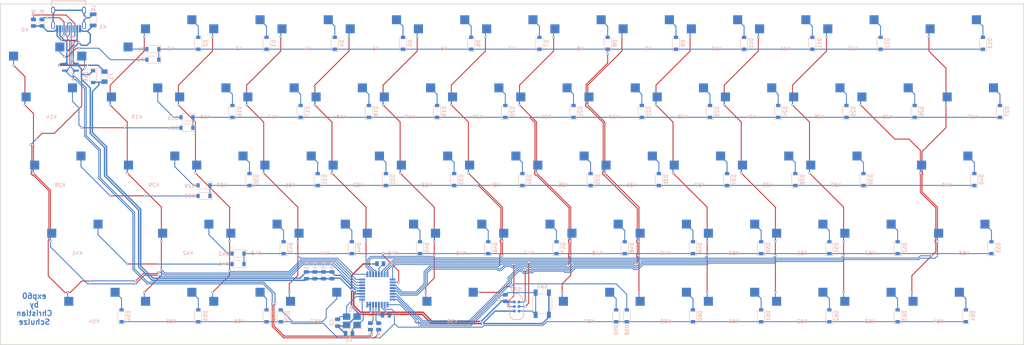
<source format=kicad_pcb>
(kicad_pcb (version 20211014) (generator pcbnew)
  (title_block (title "Exp60"))
  (layers (0 "F.Cu" signal) (31 "B.Cu" signal) (34 "B.Paste" user) (35 "F.Paste" user) (36 "B.SilkS" user "B.Silkscreen") (37 "F.SilkS" user "F.Silkscreen") (38 "B.Mask" user) (39 "F.Mask" user) (44 "Edge.Cuts" user))
  (net 0 "")
  (net 1 "Net-(C0-Pad1)")
  (net 2 "GND")
  (net 3 "XTAL1")
  (net 4 "XTAL2")
  (net 5 "+5V")
  (net 6 "Net-(D0-Pad2)")
  (net 7 "Net-(D1-Pad2)")
  (net 8 "Net-(D2-Pad2)")
  (net 9 "Net-(D3-Pad2)")
  (net 10 "Net-(D4-Pad2)")
  (net 11 "Net-(D5-Pad2)")
  (net 12 "Net-(D6-Pad2)")
  (net 13 "Net-(D7-Pad2)")
  (net 14 "Net-(D8-Pad2)")
  (net 15 "Net-(D9-Pad2)")
  (net 16 "Net-(D10-Pad2)")
  (net 17 "Net-(D11-Pad2)")
  (net 18 "Net-(D12-Pad2)")
  (net 19 "Net-(D13-Pad2)")
  (net 20 "Net-(D14-Pad2)")
  (net 21 "Net-(D15-Pad2)")
  (net 22 "Net-(D16-Pad2)")
  (net 23 "Net-(D17-Pad2)")
  (net 24 "Net-(D18-Pad2)")
  (net 25 "Net-(D19-Pad2)")
  (net 26 "Net-(D20-Pad2)")
  (net 27 "Net-(D21-Pad2)")
  (net 28 "Net-(D22-Pad2)")
  (net 29 "Net-(D23-Pad2)")
  (net 30 "Net-(D24-Pad2)")
  (net 31 "Net-(D25-Pad2)")
  (net 32 "Net-(D26-Pad2)")
  (net 33 "Net-(D27-Pad2)")
  (net 34 "Net-(D28-Pad2)")
  (net 35 "Net-(D29-Pad2)")
  (net 36 "Net-(D30-Pad2)")
  (net 37 "Net-(D31-Pad2)")
  (net 38 "Net-(D32-Pad2)")
  (net 39 "Net-(D33-Pad2)")
  (net 40 "Net-(D34-Pad2)")
  (net 41 "Net-(D35-Pad2)")
  (net 42 "Net-(D36-Pad2)")
  (net 43 "Net-(D37-Pad2)")
  (net 44 "Net-(D38-Pad2)")
  (net 45 "Net-(D39-Pad2)")
  (net 46 "Net-(D40-Pad2)")
  (net 47 "Net-(D41-Pad2)")
  (net 48 "Net-(D42-Pad2)")
  (net 49 "Net-(D43-Pad2)")
  (net 50 "Net-(D44-Pad2)")
  (net 51 "Net-(D45-Pad2)")
  (net 52 "Net-(D46-Pad2)")
  (net 53 "Net-(D47-Pad2)")
  (net 54 "Net-(D48-Pad2)")
  (net 55 "Net-(D49-Pad2)")
  (net 56 "Net-(D50-Pad2)")
  (net 57 "Net-(D51-Pad2)")
  (net 58 "Net-(D52-Pad2)")
  (net 59 "Net-(D53-Pad2)")
  (net 60 "Net-(D54-Pad2)")
  (net 61 "Net-(D55-Pad2)")
  (net 62 "Net-(D56-Pad2)")
  (net 63 "Net-(D57-Pad2)")
  (net 64 "Net-(D58-Pad2)")
  (net 65 "Net-(D59-Pad2)")
  (net 66 "Net-(D60-Pad2)")
  (net 67 "Net-(D61-Pad2)")
  (net 68 "Net-(D62-Pad2)")
  (net 69 "Net-(D63-Pad2)")
  (net 70 "Net-(D64-Pad2)")
  (net 71 "VCC")
  (net 72 "COL12")
  (net 73 "COL10")
  (net 74 "COL11")
  (net 75 "RST")
  (net 76 "COL0")
  (net 77 "COL1")
  (net 78 "COL2")
  (net 79 "COL3")
  (net 80 "COL4")
  (net 81 "COL5")
  (net 82 "COL6")
  (net 83 "COL7")
  (net 84 "COL8")
  (net 85 "COL9")
  (net 86 "COL13")
  (net 87 "COL14")
  (net 88 "ROW4")
  (net 89 "ROW3")
  (net 90 "ROW2")
  (net 91 "ROW1")
  (net 92 "ROW0")
  (net 93 "D+")
  (net 94 "D-")
  (net 96 "Net-(J0-PadB5)")
  (net 97 "Earth")
  (net 98 "Net-(J0-PadA5)")
  (net 100 "Net-(R3-Pad1)")
  (net 101 "Net-(R4-Pad1)")
  (net 102 "Net-(R5-Pad2)")
  (footprint "MX_Only:MXOnly-1U-Hotswap" (layer "F.Cu") (at 128.08 112.205)
    (fp_text reference "K16")
    (fp_text value "KEYSW")
  )
  (footprint "MX_Only:MXOnly-1U-Hotswap" (layer "F.Cu") (at 151.8925 131.255)
    (fp_text reference "K31")
    (fp_text value "KEYSW")
  )
  (footprint "MX_Only:MXOnly-1U-Hotswap" (layer "F.Cu") (at 170.9425 131.255)
    (fp_text reference "K32")
    (fp_text value "KEYSW")
  )
  (footprint "MX_Only:MXOnly-2.25U-Hotswap" (layer "F.Cu") (at 335.24875 131.255)
    (fp_text reference "K40")
    (fp_text value "KEYSW")
  )
  (footprint "MX_Only:MXOnly-1U-Hotswap" (layer "F.Cu") (at 275.7175 169.355)
    (fp_text reference "K61")
    (fp_text value "KEYSW")
  )
  (footprint "MX_Only:MXOnly-1U-Hotswap" (layer "F.Cu") (at 180.4675 150.305)
    (fp_text reference "K45")
    (fp_text value "KEYSW")
  )
  (footprint "MX_Only:MXOnly-1U-Hotswap" (layer "F.Cu") (at 142.3675 150.305)
    (fp_text reference "K43")
    (fp_text value "KEYSW")
  )
  (footprint "MX_Only:MXOnly-1U-Hotswap" (layer "F.Cu") (at 137.605 93.155)
    (fp_text reference "K3")
    (fp_text value "KEYSW")
  )
  (footprint "MX_Only:MXOnly-1.25U-Hotswap" (layer "F.Cu") (at 159.03625 169.355)
    (fp_text reference "K57")
    (fp_text value "KEYSW")
  )
  (footprint "MX_Only:MXOnly-1.75U-Hotswap" (layer "F.Cu") (at 340.01125 150.305)
    (fp_text reference "K53")
    (fp_text value "KEYSW")
  )
  (footprint "MX_Only:MXOnly-1U-Hotswap" (layer "F.Cu") (at 223.33 112.205)
    (fp_text reference "K21")
    (fp_text value "KEYSW")
  )
  (footprint "MX_Only:MXOnly-2U-Hotswap" (layer "F.Cu") (at 337.63 93.155)
    (fp_text reference "K13")
    (fp_text value "KEYSW")
  )
  (footprint "MX_Only:MXOnly-2.75U-Hotswap-ReversedStabilizers" (layer "F.Cu") (at 197.13625 169.355)
    (fp_text reference "K58")
    (fp_text value "KEYSW")
  )
  (footprint "MX_Only:MXOnly-1U-Hotswap" (layer "F.Cu") (at 304.2925 131.255)
    (fp_text reference "K39")
    (fp_text value "KEYSW")
  )
  (footprint "MX_Only:MXOnly-1U-Hotswap" (layer "F.Cu") (at 232.855 93.155)
    (fp_text reference "K8")
    (fp_text value "KEYSW")
  )
  (footprint "MX_Only:MXOnly-1.25U-Hotswap" (layer "F.Cu") (at 235.23625 169.355)
    (fp_text reference "K59")
    (fp_text value "KEYSW")
  )
  (footprint "MX_Only:MXOnly-2.25U-Hotswap" (layer "F.Cu") (at 92.36125 150.305)
    (fp_text reference "K41")
    (fp_text value "KEYSW")
  )
  (footprint "MX_Only:MXOnly-1U-Hotswap" (layer "F.Cu") (at 99.505 93.155 180)
    (fp_text reference "K1")
    (fp_text value "KEYSW")
  )
  (footprint "MX_Only:MXOnly-1U-Hotswap" (layer "F.Cu") (at 113.7925 131.255)
    (fp_text reference "K29")
    (fp_text value "KEYSW")
  )
  (footprint "MX_Only:MXOnly-1.5U-Hotswap" (layer "F.Cu") (at 85.2175 112.205)
    (fp_text reference "K14")
    (fp_text value "KEYSW")
  )
  (footprint "MX_Only:MXOnly-1U-Hotswap" (layer "F.Cu") (at 118.555 169.355)
    (fp_text reference "K55")
    (fp_text value "KEYSW")
  )
  (footprint "MX_Only:MXOnly-1U-Hotswap" (layer "F.Cu") (at 156.655 93.155)
    (fp_text reference "K4")
    (fp_text value "KEYSW")
  )
  (footprint "MX_Only:MXOnly-1.25U-Hotswap" (layer "F.Cu") (at 97.12375 169.355)
    (fp_text reference "K54")
    (fp_text value "KEYSW")
  )
  (footprint "MX_Only:MXOnly-1U-Hotswap" (layer "F.Cu") (at 166.18 112.205)
    (fp_text reference "K18")
    (fp_text value "KEYSW")
  )
  (footprint "MX_Only:MXOnly-1U-Hotswap" (layer "F.Cu") (at 290.005 93.155)
    (fp_text reference "K11")
    (fp_text value "KEYSW")
  )
  (footprint "MX_Only:MXOnly-1U-Hotswap" (layer "F.Cu") (at 242.38 112.205)
    (fp_text reference "K22")
    (fp_text value "KEYSW")
  )
  (footprint "MX_Only:MXOnly-1U-Hotswap" (layer "F.Cu") (at 199.5175 150.305)
    (fp_text reference "K46")
    (fp_text value "KEYSW")
  )
  (footprint "MX_Only:MXOnly-1U-Hotswap" (layer "F.Cu") (at 275.7175 150.305)
    (fp_text reference "K50")
    (fp_text value "KEYSW")
  )
  (footprint "MX_Only:MXOnly-1U-Hotswap" (layer "F.Cu") (at 299.53 112.205)
    (fp_text reference "K25")
    (fp_text value "KEYSW")
  )
  (footprint "MX_Only:MXOnly-1U-Hotswap" (layer "F.Cu") (at 294.7675 150.305)
    (fp_text reference "K51")
    (fp_text value "KEYSW")
  )
  (footprint "MX_Only:MXOnly-1U-Hotswap" (layer "F.Cu") (at 137.605 169.355)
    (fp_text reference "K56")
    (fp_text value "KEYSW")
  )
  (footprint "MX_Only:MXOnly-1.5U-Hotswap" (layer "F.Cu") (at 342.3925 112.205)
    (fp_text reference "K27")
    (fp_text value "KEYSW")
  )
  (footprint "MX_Only:MXOnly-1U-Hotswap" (layer "F.Cu") (at 251.905 93.155)
    (fp_text reference "K9")
    (fp_text value "KEYSW")
  )
  (footprint "MX_Only:MXOnly-1U-Hotswap" (layer "F.Cu") (at 266.1925 131.255)
    (fp_text reference "K37")
    (fp_text value "KEYSW")
  )
  (footprint "MX_Only:MXOnly-1U-Hotswap" (layer "F.Cu") (at 270.955 93.155)
    (fp_text reference "K10")
    (fp_text value "KEYSW")
  )
  (footprint "MX_Only:MXOnly-1U-Hotswap" (layer "F.Cu") (at 285.2425 131.255)
    (fp_text reference "K38")
    (fp_text value "KEYSW")
  )
  (footprint "MX_Only:MXOnly-1U-Hotswap" (layer "F.Cu") (at 309.055 93.155)
    (fp_text reference "K12")
    (fp_text value "KEYSW")
  )
  (footprint "MX_Only:MXOnly-1U-Hotswap" (layer "F.Cu") (at 132.8425 131.255)
    (fp_text reference "K30")
    (fp_text value "KEYSW")
  )
  (footprint "MX_Only:MXOnly-1U-Hotswap" (layer "F.Cu") (at 109.03 112.205)
    (fp_text reference "K15")
    (fp_text value "KEYSW")
  )
  (footprint "MX_Only:MXOnly-1U-Hotswap" (layer "F.Cu") (at 280.48 112.205)
    (fp_text reference "K24")
    (fp_text value "KEYSW")
  )
  (footprint "MX_Only:MXOnly-1U-Hotswap" (layer "F.Cu") (at 175.705 93.155)
    (fp_text reference "K5")
    (fp_text value "KEYSW")
  )
  (footprint "MX_Only:MXOnly-1U-Hotswap" (layer "F.Cu") (at 256.6675 150.305)
    (fp_text reference "K49")
    (fp_text value "KEYSW")
  )
  (footprint "MX_Only:MXOnly-1U-Hotswap" (layer "F.Cu") (at 218.5675 150.305)
    (fp_text reference "K47")
    (fp_text value "KEYSW")
  )
  (footprint "MX_Only:MXOnly-1U-Hotswap" (layer "F.Cu") (at 313.8175 150.305)
    (fp_text reference "K52")
    (fp_text value "KEYSW")
  )
  (footprint "MX_Only:MXOnly-1U-Hotswap" (layer "F.Cu") (at 256.6675 169.355)
    (fp_text reference "K60")
    (fp_text value "KEYSW")
  )
  (footprint "MX_Only:MXOnly-1U-Hotswap" (layer "F.Cu") (at 123.3175 150.305)
    (fp_text reference "K42")
    (fp_text value "KEYSW")
  )
  (footprint "MX_Only:MXOnly-1U-Hotswap" (layer "F.Cu") (at 118.555 93.155)
    (fp_text reference "K2")
    (fp_text value "KEYSW")
  )
  (footprint "MX_Only:MXOnly-1U-Hotswap" (layer "F.Cu") (at 294.7675 169.355)
    (fp_text reference "K62")
    (fp_text value "KEYSW")
  )
  (footprint "MX_Only:MXOnly-1.75U-Hotswap" (layer "F.Cu") (at 87.59875 131.255)
    (fp_text reference "K28")
    (fp_text value "KEYSW")
  )
  (footprint "MX_Only:MXOnly-1U-Hotswap" (layer "F.Cu") (at 318.58 112.205)
    (fp_text reference "K26")
    (fp_text value "KEYSW")
  )
  (footprint "MX_Only:MXOnly-1U-Hotswap" (layer "F.Cu") (at 204.28 112.205)
    (fp_text reference "K20")
    (fp_text value "KEYSW")
  )
  (footprint "MX_Only:MXOnly-1U-Hotswap" (layer "F.Cu") (at 332.8675 169.355)
    (fp_text reference "K64")
    (fp_text value "KEYSW")
  )
  (footprint "MX_Only:MXOnly-1U-Hotswap" (layer "F.Cu") (at 209.0425 131.255)
    (fp_text reference "K34")
    (fp_text value "KEYSW")
  )
  (footprint "MX_Only:MXOnly-1U-Hotswap" (layer "F.Cu") (at 80.455 93.155 180)
    (fp_text reference "K0")
    (fp_text value "KEYSW")
  )
  (footprint "MX_Only:MXOnly-1U-Hotswap" (layer "F.Cu") (at 213.805 93.155)
    (fp_text reference "K7")
    (fp_text value "KEYSW")
  )
  (footprint "MX_Only:MXOnly-1U-Hotswap" (layer "F.Cu") (at 237.6175 150.305)
    (fp_text reference "K48")
    (fp_text value "KEYSW")
  )
  (footprint "MX_Only:MXOnly-1U-Hotswap" (layer "F.Cu") (at 189.9925 131.255)
    (fp_text reference "K33")
    (fp_text value "KEYSW")
  )
  (footprint "MX_Only:MXOnly-1U-Hotswap" (layer "F.Cu") (at 313.8175 169.355)
    (fp_text reference "K63")
    (fp_text value "KEYSW")
  )
  (footprint "MX_Only:MXOnly-1U-Hotswap" (layer "F.Cu") (at 147.13 112.205)
    (fp_text reference "K17")
    (fp_text value "KEYSW")
  )
  (footprint "MX_Only:MXOnly-1U-Hotswap" (layer "F.Cu") (at 247.1425 131.255)
    (fp_text reference "K36")
    (fp_text value "KEYSW")
  )
  (footprint "MX_Only:MXOnly-1U-Hotswap" (layer "F.Cu") (at 194.755 93.155)
    (fp_text reference "K6")
    (fp_text value "KEYSW")
  )
  (footprint "MX_Only:MXOnly-1U-Hotswap" (layer "F.Cu") (at 185.23 112.205)
    (fp_text reference "K19")
    (fp_text value "KEYSW")
  )
  (footprint "MX_Only:MXOnly-1U-Hotswap" (layer "F.Cu") (at 228.0925 131.255)
    (fp_text reference "K35")
    (fp_text value "KEYSW")
  )
  (footprint "MX_Only:MXOnly-1U-Hotswap" (layer "F.Cu") (at 261.43 112.205)
    (fp_text reference "K23")
    (fp_text value "KEYSW")
  )
  (footprint "MX_Only:MXOnly-1U-Hotswap" (layer "F.Cu") (at 161.4175 150.305)
    (fp_text reference "K44")
    (fp_text value "KEYSW")
  )
  (footprint "Diode_SMD:D_SOD-123" (layer "B.Cu") (at 269.08125 113.705 90)
    (fp_text reference "D23")
    (fp_text value "D")
  )
  (footprint "Diode_SMD:D_SOD-123" (layer "B.Cu") (at 302.41875 170.855 90)
    (fp_text reference "D62")
    (fp_text value "D")
  )
  (footprint "Diode_SMD:D_SOD-123" (layer "B.Cu") (at 197.64375 132.755 90)
    (fp_text reference "D33")
    (fp_text value "D")
  )
  (footprint "Crystal:Crystal_SMD_3225-4Pin_3.2x2.5mm_HandSoldering" (layer "B.Cu") (at 169.06875 172.24375 180)
    (fp_text reference "Y0")
    (fp_text value "16MHz")
  )
  (footprint "Capacitor_SMD:C_0805_2012Metric" (layer "B.Cu") (at 163.5125 159.54375 -90)
    (fp_text reference "C6")
    (fp_text value "0.1uF")
  )
  (footprint "Resistor_SMD:R_0805_2012Metric" (layer "B.Cu") (at 177.00625 156.305)
    (fp_text reference "R5")
    (fp_text value "10k")
  )
  (footprint "Diode_SMD:D_SOD-123" (layer "B.Cu") (at 211.93125 113.705 90)
    (fp_text reference "D20")
    (fp_text value "D")
  )
  (footprint "Package_TO_SOT_SMD:SOT-143_Handsoldering" (layer "B.Cu") (at 90.4875 101.35625 180)
    (fp_text reference "U1")
    (fp_text value "PRTR5V0U2X")
  )
  (footprint "Capacitor_SMD:C_0805_2012Metric" (layer "B.Cu") (at 156.36875 159.54375 -90)
    (fp_text reference "C3")
    (fp_text value "10uF")
  )
  (footprint "Resistor_SMD:R_0805_2012Metric" (layer "B.Cu") (at 82.55 88.9 90)
    (fp_text reference "R6")
    (fp_text value "5.1k")
  )
  (footprint "Diode_SMD:D_SOD-123" (layer "B.Cu") (at 288.13125 113.705 90)
    (fp_text reference "D24")
    (fp_text value "D")
  )
  (footprint "Diode_SMD:D_SOD-123" (layer "B.Cu") (at 273.84375 132.755 90)
    (fp_text reference "D37")
    (fp_text value "D")
  )
  (footprint "Diode_SMD:D_SOD-123" (layer "B.Cu") (at 307.18125 113.705 90)
    (fp_text reference "D25")
    (fp_text value "D")
  )
  (footprint "Diode_SMD:D_SOD-123" (layer "B.Cu") (at 345.28125 94.655 90)
    (fp_text reference "D13")
    (fp_text value "D")
  )
  (footprint "Diode_SMD:D_SOD-123" (layer "B.Cu") (at 283.36875 170.855 90)
    (fp_text reference "D61")
    (fp_text value "D")
  )
  (footprint "Diode_SMD:D_SOD-123" (layer "B.Cu") (at 202.40625 94.655 90)
    (fp_text reference "D6")
    (fp_text value "D")
  )
  (footprint "Diode_SMD:D_SOD-123" (layer "B.Cu") (at 127.79375 137.35 180)
    (fp_text reference "D28")
    (fp_text value "D")
  )
  (footprint "Diode_SMD:D_SOD-123" (layer "B.Cu") (at 230.98125 113.705 90)
    (fp_text reference "D21")
    (fp_text value "D")
  )
  (footprint "Diode_SMD:D_SOD-123" (layer "B.Cu") (at 113.50625 96.3 180)
    (fp_text reference "D1")
    (fp_text value "D")
  )
  (footprint "Diode_SMD:D_SOD-123" (layer "B.Cu") (at 207.16875 151.805 90)
    (fp_text reference "D46")
    (fp_text value "D")
  )
  (footprint "Diode_SMD:D_SOD-123" (layer "B.Cu") (at 96.8375 103.98125 -90)
    (fp_text reference "D66")
    (fp_text value "SMF6.0CA")
  )
  (footprint "Diode_SMD:D_SOD-123" (layer "B.Cu") (at 350.04375 113.705 90)
    (fp_text reference "D27")
    (fp_text value "D")
  )
  (footprint "Diode_SMD:D_SOD-123" (layer "B.Cu") (at 183.35625 94.655 90)
    (fp_text reference "D5")
    (fp_text value "D")
  )
  (footprint "Diode_SMD:D_SOD-123" (layer "B.Cu") (at 242.8875 170.855 90)
    (fp_text reference "D59")
    (fp_text value "D")
  )
  (footprint "Diode_SMD:D_SOD-123" (layer "B.Cu") (at 104.775 170.855 90)
    (fp_text reference "D54")
    (fp_text value "D")
  )
  (footprint "Diode_SMD:D_SOD-123" (layer "B.Cu") (at 126.20625 94.655 90)
    (fp_text reference "D2")
    (fp_text value "D")
  )
  (footprint "Capacitor_SMD:C_0805_2012Metric" (layer "B.Cu") (at 165.1 172.7875 -90)
    (fp_text reference "C2")
    (fp_text value "22pF")
  )
  (footprint "Diode_SMD:D_SOD-123" (layer "B.Cu") (at 145.25625 170.855 90)
    (fp_text reference "D56")
    (fp_text value "D")
  )
  (footprint "Diode_SMD:D_SOD-123" (layer "B.Cu") (at 321.46875 170.855 90)
    (fp_text reference "D63")
    (fp_text value "D")
  )
  (footprint "Package_QFP:TQFP-32_7x7mm_P0.8mm" (layer "B.Cu") (at 176.2125 163.5125)
    (fp_text reference "U0")
    (fp_text value "ATmega32U2")
  )
  (footprint "Diode_SMD:D_SOD-123" (layer "B.Cu") (at 137.2875 156.4 180)
    (fp_text reference "D41")
    (fp_text value "D")
  )
  (footprint "Diode_SMD:D_SOD-123" (layer "B.Cu") (at 342.9 132.755 90)
    (fp_text reference "D40")
    (fp_text value "D")
  )
  (footprint "Diode_SMD:D_SOD-123" (layer "B.Cu") (at 245.26875 151.805 90)
    (fp_text reference "D48")
    (fp_text value "D")
  )
  (footprint "Diode_SMD:D_SOD-123" (layer "B.Cu") (at 159.54375 132.755 90)
    (fp_text reference "D31")
    (fp_text value "D")
  )
  (footprint "Diode_SMD:D_SOD-123" (layer "B.Cu") (at 226.21875 151.805 90)
    (fp_text reference "D47")
    (fp_text value "D")
  )
  (footprint "Diode_SMD:D_SOD-123" (layer "B.Cu") (at 173.83125 113.705 90)
    (fp_text reference "D18")
    (fp_text value "D")
  )
  (footprint "marbastlib-various:CON_TC2030_outlined" (layer "B.Cu") (at 215.10625 168.275 -90)
    (fp_text reference "ISP0")
    (fp_text value "AVR-ISP-6")
  )
  (footprint "Diode_SMD:D_SOD-123" (layer "B.Cu") (at 123.03125 118.3 180)
    (fp_text reference "D14")
    (fp_text value "D")
  )
  (footprint "GCT_USB4105-GF-A:GCT_USB4105-GF-A-HandSoldering" (layer "B.Cu") (at 89.98 85.43125)
    (fp_text reference "J0")
    (fp_text value "USB4105-GF-A")
  )
  (footprint "Diode_SMD:D_SOD-123" (layer "B.Cu") (at 321.46875 151.805 90)
    (fp_text reference "D52")
    (fp_text value "D")
  )
  (footprint "Diode_SMD:D_SOD-123" (layer "B.Cu") (at 254.79375 132.755 90)
    (fp_text reference "D36")
    (fp_text value "D")
  )
  (footprint "Diode_SMD:D_SOD-123" (layer "B.Cu") (at 154.78125 113.705 90)
    (fp_text reference "D17")
    (fp_text value "D")
  )
  (footprint "Diode_SMD:D_SOD-123" (layer "B.Cu") (at 311.94375 132.755 90)
    (fp_text reference "D39")
    (fp_text value "D")
  )
  (footprint "Capacitor_SMD:C_0805_2012Metric" (layer "B.Cu") (at 168.275 175.76875 180)
    (fp_text reference "C1")
    (fp_text value "22pF")
  )
  (footprint "Diode_SMD:D_SOD-123" (layer "B.Cu") (at 149.225 170.855 90)
    (fp_text reference "D57")
    (fp_text value "D")
  )
  (footprint "Diode_SMD:D_SOD-123" (layer "B.Cu") (at 164.30625 94.655 90)
    (fp_text reference "D4")
    (fp_text value "D")
  )
  (footprint "Diode_SMD:D_SOD-123" (layer "B.Cu") (at 240.50625 94.655 90)
    (fp_text reference "D8")
    (fp_text value "D")
  )
  (footprint "Diode_SMD:D_SOD-123" (layer "B.Cu") (at 297.65625 94.655 90)
    (fp_text reference "D11")
    (fp_text value "D")
  )
  (footprint "Diode_SMD:D_SOD-123" (layer "B.Cu") (at 347.6625 151.805 90)
    (fp_text reference "D53")
    (fp_text value "D")
  )
  (footprint "Button_Switch_SMD:SW_SPST_SKQG_WithStem" (layer "B.Cu") (at 222.25 167.48125 -90)
    (fp_text reference "SW0")
    (fp_text value "Reset")
  )
  (footprint "Diode_SMD:D_SOD-123" (layer "B.Cu") (at 188.11875 151.805 90)
    (fp_text reference "D45")
    (fp_text value "D")
  )
  (footprint "Diode_SMD:D_SOD-123" (layer "B.Cu") (at 126.20625 170.855 90)
    (fp_text reference "D55")
    (fp_text value "D")
  )
  (footprint "Diode_SMD:D_SOD-123" (layer "B.Cu") (at 259.55625 94.655 90)
    (fp_text reference "D9")
    (fp_text value "D")
  )
  (footprint "Resistor_SMD:R_0805_2012Metric" (layer "B.Cu") (at 174.2625 173.83125 -90)
    (fp_text reference "R4")
    (fp_text value "22")
  )
  (footprint "Diode_SMD:D_SOD-123" (layer "B.Cu") (at 145.25625 94.655 90)
    (fp_text reference "D3")
    (fp_text value "D")
  )
  (footprint "Diode_SMD:D_SOD-123" (layer "B.Cu") (at 127.79375 134.4 180)
    (fp_text reference "D29")
    (fp_text value "D")
  )
  (footprint "Diode_SMD:D_SOD-123" (layer "B.Cu") (at 169.06875 151.805 90)
    (fp_text reference "D44")
    (fp_text value "D")
  )
  (footprint "Diode_SMD:D_SOD-123" (layer "B.Cu") (at 283.36875 151.805 90)
    (fp_text reference "D50")
    (fp_text value "D")
  )
  (footprint "Diode_SMD:D_SOD-123" (layer "B.Cu") (at 140.49375 132.755 90)
    (fp_text reference "D30")
    (fp_text value "D")
  )
  (footprint "Diode_SMD:D_SOD-123" (layer "B.Cu") (at 216.69375 132.755 90)
    (fp_text reference "D34")
    (fp_text value "D")
  )
  (footprint "Diode_SMD:D_SOD-123" (layer "B.Cu") (at 123.03125 115.35 180)
    (fp_text reference "D15")
    (fp_text value "D")
  )
  (footprint "Diode_SMD:D_SOD-123" (layer "B.Cu") (at 340.51875 170.855 90)
    (fp_text reference "D64")
    (fp_text value "D")
  )
  (footprint "Capacitor_SMD:C_0805_2012Metric" (layer "B.Cu") (at 158.75 159.54375 -90)
    (fp_text reference "C4")
    (fp_text value "0.1uF")
  )
  (footprint "Diode_SMD:D_SOD-123" (layer "B.Cu") (at 137.2875 153.45 180)
    (fp_text reference "D42")
    (fp_text value "D")
  )
  (footprint "Fuse:Fuse_1206_3216Metric" (layer "B.Cu") (at 100.0125 103.98125 90)
    (fp_text reference "F1")
    (fp_text value "Polyfuse_Small")
  )
  (footprint "Diode_SMD:D_SOD-123" (layer "B.Cu") (at 316.70625 94.655 90)
    (fp_text reference "D12")
    (fp_text value "D")
  )
  (footprint "Diode_SMD:D_SOD-123" (layer "B.Cu") (at 150.01875 151.805 90)
    (fp_text reference "D43")
    (fp_text value "D")
  )
  (footprint "Inductor_SMD:L_1206_3216Metric" (layer "B.Cu") (at 96.8375 88.10625 -90)
    (fp_text reference "L0")
    (fp_text value "60R@100MHz")
  )
  (footprint "Diode_SMD:D_SOD-123" (layer "B.Cu") (at 235.74375 132.755 90)
    (fp_text reference "D35")
    (fp_text value "D")
  )
  (footprint "Diode_SMD:D_SOD-123" (layer "B.Cu") (at 292.89375 132.755 90)
    (fp_text reference "D38")
    (fp_text value "D")
  )
  (footprint "Diode_SMD:D_SOD-123" (layer "B.Cu") (at 250.03125 113.705 90)
    (fp_text reference "D22")
    (fp_text value "D")
  )
  (footprint "Resistor_SMD:R_0805_2012Metric" (layer "B.Cu") (at 80.16875 88.9 90)
    (fp_text reference "R7")
    (fp_text value "5.1k")
  )
  (footprint "Diode_SMD:D_SOD-123" (layer "B.Cu") (at 178.59375 132.755 90)
    (fp_text reference "D32")
    (fp_text value "D")
  )
  (footprint "Diode_SMD:D_SOD-123" (layer "B.Cu") (at 221.45625 94.655 90)
    (fp_text reference "D7")
    (fp_text value "D")
  )
  (footprint "Diode_SMD:D_SOD-123" (layer "B.Cu") (at 264.31875 170.855 90)
    (fp_text reference "D60")
    (fp_text value "D")
  )
  (footprint "Resistor_SMD:R_0805_2012Metric" (layer "B.Cu") (at 176.5625 173.83125 -90)
    (fp_text reference "R3")
    (fp_text value "22")
  )
  (footprint "Diode_SMD:D_SOD-123" (layer "B.Cu") (at 192.88125 113.705 90)
    (fp_text reference "D19")
    (fp_text value "D")
  )
  (footprint "Diode_SMD:D_SOD-123" (layer "B.Cu") (at 264.31875 151.805 90)
    (fp_text reference "D49")
    (fp_text value "D")
  )
  (footprint "Diode_SMD:D_SOD-123" (layer "B.Cu") (at 278.60625 94.655 90)
    (fp_text reference "D10")
    (fp_text value "D")
  )
  (footprint "Diode_SMD:D_SOD-123" (layer "B.Cu") (at 302.41875 151.805 90)
    (fp_text reference "D51")
    (fp_text value "D")
  )
  (footprint "Capacitor_SMD:C_0805_2012Metric" (layer "B.Cu") (at 178.59375 170.65625 180)
    (fp_text reference "C0")
    (fp_text value "1uF")
  )
  (footprint "Diode_SMD:D_SOD-123" (layer "B.Cu") (at 113.50625 99.25 180)
    (fp_text reference "D0")
    (fp_text value "D")
  )
  (footprint "Diode_SMD:D_SOD-123" (layer "B.Cu") (at 245.8375 170.855 90)
    (fp_text reference "D58")
    (fp_text value "D")
  )
  (footprint "Resistor_SMD:R_0805_2012Metric" (layer "B.Cu") (at 211.93125 165.89375 -90)
    (fp_text reference "R0")
    (fp_text value "10k")
  )
  (footprint "Diode_SMD:D_SOD-123" (layer "B.Cu") (at 135.73125 113.705 90)
    (fp_text reference "D16")
    (fp_text value "D")
  )
  (footprint "Capacitor_SMD:C_0805_2012Metric" (layer "B.Cu") (at 161.13125 159.54375 -90)
    (fp_text reference "C5")
    (fp_text value "0.1uF")
  )
  (footprint "Diode_SMD:D_SOD-123" (layer "B.Cu") (at 326.23125 113.705 90)
    (fp_text reference "D26")
    (fp_text value "D")
  )
  (gr_line (start 356.68025 178.88) (end 70.93 178.88) (layer "Edge.Cuts") (width 0.2))
  (gr_line (start 70.93 178.88) (end 70.93 83.63) (layer "Edge.Cuts") (width 0.2))
  (gr_line (start 356.68025 83.63) (end 356.68025 178.88) (layer "Edge.Cuts") (width 0.2))
  (gr_line (start 70.93 83.63) (end 356.68025 83.63) (layer "Edge.Cuts") (width 0.2))
  (gr_text "exp60\nby\nChristian\nSchulze" (at 80.4 168.95) (layer "B.Cu") (effects (font (size 1.5 1.5) (thickness 0.3)) (justify mirror)))
  (segment (start 177.4125 168.525) (end 179.54375 170.65625) (width 0.25) (layer "B.Cu") (net 1))
  (segment (start 177.4125 167.7625) (end 177.4125 168.525) (width 0.25) (layer "B.Cu") (net 1))
  (segment (start 173.992485 170.4435) (end 174.101985 170.553) (width 0.381) (layer "F.Cu") (net 2))
  (segment (start 174.674015 170.553) (end 174.783515 170.4435) (width 0.381) (layer "F.Cu") (net 2))
  (segment (start 92.274779 93.862279) (end 92.86875 94.45625) (width 0.381) (layer "F.Cu") (net 2))
  (segment (start 169.007205 168.213455) (end 171.23725 170.4435) (width 0.381) (layer "F.Cu") (net 2))
  (segment (start 191.29375 173.0375) (end 205.58125 173.0375) (width 0.381) (layer "F.Cu") (net 2))
  (segment (start 169.007205 159.605295) (end 172.24375 156.36875) (width 0.381) (layer "F.Cu") (net 2))
  (segment (start 188.69975 170.4435) (end 191.29375 173.0375) (width 0.381) (layer "F.Cu") (net 2))
  (segment (start 169.007205 168.213455) (end 169.007205 163.568292) (width 0.381) (layer "F.Cu") (net 2))
  (segment (start 169.007205 163.568292) (end 169.007205 159.605295) (width 0.381) (layer "F.Cu") (net 2))
  (segment (start 174.783515 170.4435) (end 176.22425 170.4435) (width 0.381) (layer "F.Cu") (net 2))
  (segment (start 172.24375 156.36875) (end 174.625 156.36875) (width 0.381) (layer "F.Cu") (net 2))
  (segment (start 87.906471 93.862279) (end 92.274779 93.862279) (width 0.381) (layer "F.Cu") (net 2))
  (segment (start 174.101985 170.553) (end 174.674015 170.553) (width 0.381) (layer "F.Cu") (net 2))
  (segment (start 176.22425 170.4435) (end 176.437 170.65625) (width 0.381) (layer "F.Cu") (net 2))
  (segment (start 176.64975 170.4435) (end 188.69975 170.4435) (width 0.381) (layer "F.Cu") (net 2))
  (segment (start 171.23725 170.4435) (end 173.992485 170.4435) (width 0.381) (layer "F.Cu") (net 2))
  (segment (start 176.437 170.65625) (end 176.64975 170.4435) (width 0.381) (layer "F.Cu") (net 2))
  (via (at 205.58125 173.0375) (size 0.6) (drill 0.4) (layers "F.Cu" "B.Cu") (net 2))
  (via (at 92.86875 94.45625) (size 0.6) (drill 0.4) (layers "F.Cu" "B.Cu") (net 2))
  (via (at 176.437 170.65625) (size 0.6) (drill 0.4) (layers "F.Cu" "B.Cu") (net 2))
  (via (at 169.007205 163.568292) (size 0.6) (drill 0.4) (layers "F.Cu" "B.Cu") (net 2))
  (via (at 87.906471 93.862279) (size 0.6) (drill 0.4) (layers "F.Cu" "B.Cu") (net 2))
  (via (at 174.625 156.36875) (size 0.6) (drill 0.4) (layers "F.Cu" "B.Cu") (net 2))
  (via (at 169.007205 168.213455) (size 0.6) (drill 0.4) (layers "F.Cu" "B.Cu") (net 2))
  (segment (start 205.58125 173.0375) (end 222.263158 173.0375) (width 0.381) (layer "B.Cu") (net 2))
  (segment (start 91.28125 99.9) (end 91.9875 100.60625) (width 0.381) (layer "B.Cu") (net 2))
  (segment (start 95.25 91.26875) (end 95.25 91.28125) (width 0.381) (layer "B.Cu") (net 2))
  (segment (start 96.04375 94.323325) (end 95.117075 95.25) (width 0.381) (layer "B.Cu") (net 2))
  (segment (start 95.25 91.28125) (end 93.85 91.28125) (width 0.381) (layer "B.Cu") (net 2))
  (segment (start 93.55925 104.67175) (end 93.55925 103.38125) (width 0.381) (layer "B.Cu") (net 2))
  (segment (start 161.13125 160.49375) (end 163.5125 160.49375) (width 0.381) (layer "B.Cu") (net 2))
  (segment (start 155.919668 160.942832) (end 113.317832 160.942832) (width 0.381) (layer "B.Cu") (net 2))
  (segment (start 163.66875 160.3375) (end 163.5125 160.49375) (width 0.381) (layer "B.Cu") (net 2))
  (segment (start 91.28125 96.04375) (end 91.28125 99.9) (width 0.381) (layer "B.Cu") (net 2))
  (segment (start 96.04375 119.85625) (end 96.04375 107.15625) (width 0.381) (layer "B.Cu") (net 2))
  (segment (start 92.3375 100.60625) (end 93.55925 101.828) (width 0.381) (layer "B.Cu") (net 2))
  (segment (start 170.085985 164.7125) (end 171.9625 164.7125) (width 0.381) (layer "B.Cu") (net 2))
  (segment (start 95.25 91.28125) (end 96.04375 92.075) (width 0.381) (layer "B.Cu") (net 2))
  (segment (start 170.21875 171.09375) (end 170.51875 171.09375) (width 0.381) (layer "B.Cu") (net 2))
  (segment (start 176.6125 170.48075) (end 176.437 170.65625) (width 0.381) (layer "B.Cu") (net 2))
  (segment (start 169.007205 168.213455) (end 170.51875 169.725) (width 0.381) (layer "B.Cu") (net 2))
  (segment (start 176.437 170.65625) (end 177.64375 170.65625) (width 0.381) (layer "B.Cu") (net 2))
  (segment (start 169.007205 163.568292) (end 165.776413 160.3375) (width 0.381) (layer "B.Cu") (net 2))
  (segment (start 165.776413 160.3375) (end 163.66875 160.3375) (width 0.381) (layer "B.Cu") (net 2))
  (segment (start 95.117075 95.25) (end 93.6625 95.25) (width 0.381) (layer "B.Cu") (net 2))
  (segment (start 176.03 156.36875) (end 176.09375 156.305) (width 0.381) (layer "B.Cu") (net 2))
  (segment (start 222.263158 173.0375) (end 224.1 171.200658) (width 0.381) (layer "B.Cu") (net 2))
  (segment (start 92.86875 94.45625) (end 91.28125 96.04375) (width 0.381) (layer "B.Cu") (net 2))
  (segment (start 86.78 92.581658) (end 87.906471 93.708129) (width 0.381) (layer "B.Cu") (net 2))
  (segment (start 170.51875 169.725) (end 170.51875 171.09375) (width 0.381) (layer "B.Cu") (net 2))
  (segment (start 167.13125 175.76875) (end 165.1 173.7375) (width 0.381) (layer "B.Cu") (net 2))
  (segment (start 86.09125 91.3) (end 86.78 90.61125) (width 0.381) (layer "B.Cu") (net 2))
  (segment (start 209.07375 169.545) (end 214.47125 169.545) (width 0.381) (layer "B.Cu") (net 2))
  (segment (start 109.5375 157.1625) (end 109.5375 141.2875) (width 0.381) (layer "B.Cu") (net 2))
  (segment (start 224.1 164.38125) (end 224.1 170.58125) (width 0.381) (layer "B.Cu") (net 2))
  (segment (start 156.36875 160.49375) (end 158.75 160.49375) (width 0.381) (layer "B.Cu") (net 2))
  (segment (start 93.55925 103.38125) (end 95.7875 103.38125) (width 0.381) (layer "B.Cu") (net 2))
  (segment (start 176.6125 167.7625) (end 176.6125 170.48075) (width 0.381) (layer "B.Cu") (net 2))
  (segment (start 96.04375 92.075) (end 96.04375 94.323325) (width 0.381) (layer "B.Cu") (net 2))
  (segment (start 169.007205 163.568292) (end 169.007205 163.63372) (width 0.381) (layer "B.Cu") (net 2))
  (segment (start 205.58125 173.0375) (end 209.07375 169.545) (width 0.381) (layer "B.Cu") (net 2))
  (segment (start 167.275 173.7375) (end 167.61875 173.39375) (width 0.381) (layer "B.Cu") (net 2))
  (segment (start 174.625 156.36875) (end 176.03 156.36875) (width 0.381) (layer "B.Cu") (net 2))
  (segment (start 96.8375 89.68125) (end 95.25 91.26875) (width 0.381) (layer "B.Cu") (net 2))
  (segment (start 93.85 91.28125) (end 93.18 90.61125) (width 0.381) (layer "B.Cu") (net 2))
  (segment (start 96.04375 107.15625) (end 93.55925 104.67175) (width 0.381) (layer "B.Cu") (net 2))
  (segment (start 167.61875 173.39375) (end 167.91875 173.39375) (width 0.381) (layer "B.Cu") (net 2))
  (segment (start 113.317832 160.942832) (end 109.5375 157.1625) (width 0.381) (layer "B.Cu") (net 2))
  (segment (start 224.1 171.200658) (end 224.1 170.58125) (width 0.381) (layer "B.Cu") (net 2))
  (segment (start 93.6625 95.25) (end 92.86875 94.45625) (width 0.381) (layer "B.Cu") (net 2))
  (segment (start 165.1 173.7375) (end 167.275 173.7375) (width 0.381) (layer "B.Cu") (net 2))
  (segment (start 167.325 175.76875) (end 167.13125 175.76875) (width 0.381) (layer "B.Cu") (net 2))
  (segment (start 87.906471 93.708129) (end 87.906471 93.862279) (width 0.381) (layer "B.Cu") (net 2))
  (segment (start 82.55 89.8125) (end 84.0375 91.3) (width 0.381) (layer "B.Cu") (net 2))
  (segment (start 86.78 90.61125) (end 86.78 92.581658) (width 0.381) (layer "B.Cu") (net 2))
  (segment (start 100.0125 123.825) (end 96.04375 119.85625) (width 0.381) (layer "B.Cu") (net 2))
  (segment (start 100.0125 131.7625) (end 100.0125 123.825) (width 0.381) (layer "B.Cu") (net 2))
  (segment (start 156.36875 160.49375) (end 155.919668 160.942832) (width 0.381) (layer "B.Cu") (net 2))
  (segment (start 169.007205 163.63372) (end 170.085985 164.7125) (width 0.381) (layer "B.Cu") (net 2))
  (segment (start 95.7875 103.38125) (end 96.8375 102.33125) (width 0.381) (layer "B.Cu") (net 2))
  (segment (start 109.5375 141.2875) (end 100.0125 131.7625) (width 0.381) (layer "B.Cu") (net 2))
  (segment (start 93.55925 101.828) (end 93.55925 103.38125) (width 0.381) (layer "B.Cu") (net 2))
  (segment (start 80.16875 89.8125) (end 82.55 89.8125) (width 0.381) (layer "B.Cu") (net 2))
  (segment (start 167.91875 173.39375) (end 170.21875 171.09375) (width 0.381) (layer "B.Cu") (net 2))
  (segment (start 91.9875 100.60625) (end 92.3375 100.60625) (width 0.381) (layer "B.Cu") (net 2))
  (segment (start 158.75 160.49375) (end 161.13125 160.49375) (width 0.381) (layer "B.Cu") (net 2))
  (segment (start 84.0375 91.3) (end 86.09125 91.3) (width 0.381) (layer "B.Cu") (net 2))
  (segment (start 171.9625 166.3125) (end 171.9625 169.58125) (width 0.25) (layer "B.Cu") (net 3))
  (segment (start 170.81875 173.39375) (end 170.51875 173.39375) (width 0.25) (layer "B.Cu") (net 3))
  (segment (start 169.225 174.6875) (end 170.51875 173.39375) (width 0.25) (layer "B.Cu") (net 3))
  (segment (start 172.24375 171.96875) (end 170.81875 173.39375) (width 0.25) (layer "B.Cu") (net 3))
  (segment (start 171.9625 169.58125) (end 172.24375 169.8625) (width 0.25) (layer "B.Cu") (net 3))
  (segment (start 172.24375 169.8625) (end 172.24375 171.96875) (width 0.25) (layer "B.Cu") (net 3))
  (segment (start 169.225 175.76875) (end 169.225 174.6875) (width 0.25) (layer "B.Cu") (net 3))
  (segment (start 171.9625 165.5125) (end 170.24375 165.5125) (width 0.25) (layer "B.Cu") (net 4))
  (segment (start 165.84375 171.09375) (end 167.61875 171.09375) (width 0.25) (layer "B.Cu") (net 4))
  (segment (start 167.61875 168.1375) (end 167.61875 171.09375) (width 0.25) (layer "B.Cu") (net 4))
  (segment (start 170.24375 165.5125) (end 167.61875 168.1375) (width 0.25) (layer "B.Cu") (net 4))
  (segment (start 165.1 171.8375) (end 165.84375 171.09375) (width 0.25) (layer "B.Cu") (net 4))
  (segment (start 169.588205 164.586795) (end 169.588205 167.81794) (width 0.381) (layer "F.Cu") (net 5))
  (segment (start 191.534408 172.4565) (end 204.89125 172.4565) (width 0.381) (layer "F.Cu") (net 5))
  (segment (start 204.89125 172.4565) (end 205.00025 172.3475) (width 0.381) (layer "F.Cu") (net 5))
  (segment (start 170.2625 163.9125) (end 169.588205 164.586795) (width 0.381) (layer "F.Cu") (net 5))
  (segment (start 188.940408 169.8625) (end 191.534408 172.4565) (width 0.381) (layer "F.Cu") (net 5))
  (segment (start 171.477908 169.8625) (end 174.388 169.8625) (width 0.381) (layer "F.Cu") (net 5))
  (segment (start 169.697705 167.92744) (end 169.697705 168.082297) (width 0.381) (layer "F.Cu") (net 5))
  (segment (start 174.388 169.8625) (end 188.940408 169.8625) (width 0.381) (layer "F.Cu") (net 5))
  (segment (start 169.588205 167.81794) (end 169.697705 167.92744) (width 0.381) (layer "F.Cu") (net 5))
  (segment (start 169.697705 168.082297) (end 171.477908 169.8625) (width 0.381) (layer "F.Cu") (net 5))
  (via (at 170.2625 163.9125) (size 0.6) (drill 0.4) (layers "F.Cu" "B.Cu") (net 5))
  (via (at 205.00025 172.3475) (size 0.6) (drill 0.4) (layers "F.Cu" "B.Cu") (net 5))
  (via (at 174.388 169.8625) (size 0.6) (drill 0.4) (layers "F.Cu" "B.Cu") (net 5))
  (segment (start 212.2175 167.005) (end 211.93125 166.71875) (width 0.381) (layer "B.Cu") (net 5))
  (segment (start 161.13125 158.59375) (end 163.5125 158.59375) (width 0.381) (layer "B.Cu") (net 5))
  (segment (start 99.825 105.56875) (end 100.0125 105.38125) (width 0.381) (layer "B.Cu") (net 5))
  (segment (start 174.2125 169.687) (end 174.2125 167.7625) (width 0.381) (layer "B.Cu") (net 5))
  (segment (start 205.295441 172.3475) (end 210.924191 166.71875) (width 0.381) (layer "B.Cu") (net 5))
  (segment (start 205.00025 172.3475) (end 205.295441 172.3475) (width 0.381) (layer "B.Cu") (net 5))
  (segment (start 110.1185 141.046842) (end 100.5935 131.521842) (width 0.381) (layer "B.Cu") (net 5))
  (segment (start 100.5935 131.521842) (end 100.5935 123.584342) (width 0.381) (layer "B.Cu") (net 5))
  (segment (start 96.9 105.56875) (end 99.825 105.56875) (width 0.381) (layer "B.Cu") (net 5))
  (segment (start 110.1185 156.921842) (end 110.1185 141.046842) (width 0.381) (layer "B.Cu") (net 5))
  (segment (start 170.2625 163.9125) (end 171.9625 163.9125) (width 0.381) (layer "B.Cu") (net 5))
  (segment (start 100.0125 105.56875) (end 100.0125 105.38125) (width 0.381) (layer "B.Cu") (net 5))
  (segment (start 156.36875 158.59375) (end 154.625 160.3375) (width 0.381) (layer "B.Cu") (net 5))
  (segment (start 170.2625 163.9125) (end 170.2625 163.847778) (width 0.381) (layer "B.Cu") (net 5))
  (segment (start 170.2625 163.847778) (end 165.958472 159.54375) (width 0.381) (layer "B.Cu") (net 5))
  (segment (start 156.36875 158.59375) (end 158.75 158.59375) (width 0.381) (layer "B.Cu") (net 5))
  (segment (start 113.534158 160.3375) (end 110.1185 156.921842) (width 0.381) (layer "B.Cu") (net 5))
  (segment (start 96.8375 105.63125) (end 96.9 105.56875) (width 0.381) (layer "B.Cu") (net 5))
  (segment (start 96.62475 108.16275) (end 98.425 106.3625) (width 0.381) (layer "B.Cu") (net 5))
  (segment (start 173.4125 167.7625) (end 174.2125 167.7625) (width 0.381) (layer "B.Cu") (net 5))
  (segment (start 214.47125 167.005) (end 212.2175 167.005) (width 0.381) (layer "B.Cu") (net 5))
  (segment (start 98.425 106.3625) (end 98.425 105.56875) (width 0.381) (layer "B.Cu") (net 5))
  (segment (start 174.388 169.8625) (end 174.2125 169.687) (width 0.381) (layer "B.Cu") (net 5))
  (segment (start 164.30625 159.54375) (end 163.5125 158.75) (width 0.381) (layer "B.Cu") (net 5))
  (segment (start 163.5125 158.75) (end 163.5125 158.59375) (width 0.381) (layer "B.Cu") (net 5))
  (segment (start 165.958472 159.54375) (end 164.30625 159.54375) (width 0.381) (layer "B.Cu") (net 5))
  (segment (start 96.62475 119.615592) (end 96.62475 108.16275) (width 0.381) (layer "B.Cu") (net 5))
  (segment (start 154.625 160.3375) (end 113.534158 160.3375) (width 0.381) (layer "B.Cu") (net 5))
  (segment (start 210.924191 166.71875) (end 211.93125 166.71875) (width 0.381) (layer "B.Cu") (net 5))
  (segment (start 100.5935 123.584342) (end 96.62475 119.615592) (width 0.381) (layer "B.Cu") (net 5))
  (segment (start 158.75 158.59375) (end 161.13125 158.59375) (width 0.381) (layer "B.Cu") (net 5))
  (segment (start 92.86875 96.04375) (end 92.075 96.04375) (width 0.25) (layer "F.Cu") (net 6))
  (segment (start 89.69375 98.425) (end 88.7975 98.425) (width 0.25) (layer "F.Cu") (net 6))
  (segment (start 92.075 96.04375) (end 89.69375 98.425) (width 0.25) (layer "F.Cu") (net 6))
  (via (at 88.7975 98.425) (size 0.6) (drill 0.4) (layers "F.Cu" "B.Cu") (net 6))
  (via (at 92.86875 96.04375) (size 0.6) (drill 0.4) (layers "F.Cu" "B.Cu") (net 6))
  (segment (start 101.63125 99.25) (end 111.85625 99.25) (width 0.25) (layer "B.Cu") (net 6))
  (segment (start 98.425 96.04375) (end 101.63125 99.25) (width 0.25) (layer "B.Cu") (net 6))
  (segment (start 92.86875 96.04375) (end 98.425 96.04375) (width 0.25) (layer "B.Cu") (net 6))
  (segment (start 87.54 97.1675) (end 87.54 95.695) (width 0.25) (layer "B.Cu") (net 6))
  (segment (start 88.7975 98.425) (end 87.54 97.1675) (width 0.25) (layer "B.Cu") (net 6))
  (segment (start 111.85625 96.3) (end 107.195 96.3) (width 0.25) (layer "B.Cu") (net 7))
  (segment (start 107.195 96.3) (end 106.59 95.695) (width 0.25) (layer "B.Cu") (net 7))
  (segment (start 126.20625 93.005) (end 126.20625 89.88425) (width 0.25) (layer "B.Cu") (net 8))
  (segment (start 126.20625 89.88425) (end 124.397 88.075) (width 0.25) (layer "B.Cu") (net 8))
  (segment (start 145.25625 89.88425) (end 143.447 88.075) (width 0.25) (layer "B.Cu") (net 9))
  (segment (start 145.25625 93.005) (end 145.25625 89.88425) (width 0.25) (layer "B.Cu") (net 9))
  (segment (start 164.30625 89.88425) (end 162.497 88.075) (width 0.25) (layer "B.Cu") (net 10))
  (segment (start 164.30625 93.005) (end 164.30625 89.88425) (width 0.25) (layer "B.Cu") (net 10))
  (segment (start 183.35625 93.005) (end 183.35625 89.88425) (width 0.25) (layer "B.Cu") (net 11))
  (segment (start 183.35625 89.88425) (end 181.547 88.075) (width 0.25) (layer "B.Cu") (net 11))
  (segment (start 202.40625 93.005) (end 202.40625 89.88425) (width 0.25) (layer "B.Cu") (net 12))
  (segment (start 202.40625 89.88425) (end 200.597 88.075) (width 0.25) (layer "B.Cu") (net 12))
  (segment (start 221.45625 93.005) (end 221.45625 89.88425) (width 0.25) (layer "B.Cu") (net 13))
  (segment (start 221.45625 89.88425) (end 219.647 88.075) (width 0.25) (layer "B.Cu") (net 13))
  (segment (start 240.50625 93.005) (end 240.50625 89.88425) (width 0.25) (layer "B.Cu") (net 14))
  (segment (start 240.50625 89.88425) (end 238.697 88.075) (width 0.25) (layer "B.Cu") (net 14))
  (segment (start 259.55625 93.005) (end 259.55625 89.88425) (width 0.25) (layer "B.Cu") (net 15))
  (segment (start 259.55625 89.88425) (end 257.747 88.075) (width 0.25) (layer "B.Cu") (net 15))
  (segment (start 278.60625 93.005) (end 278.60625 89.88425) (width 0.25) (layer "B.Cu") (net 16))
  (segment (start 278.60625 89.88425) (end 276.797 88.075) (width 0.25) (layer "B.Cu") (net 16))
  (segment (start 297.65625 93.005) (end 297.65625 89.88425) (width 0.25) (layer "B.Cu") (net 17))
  (segment (start 297.65625 89.88425) (end 295.847 88.075) (width 0.25) (layer "B.Cu") (net 17))
  (segment (start 316.70625 93.005) (end 316.70625 89.88425) (width 0.25) (layer "B.Cu") (net 18))
  (segment (start 316.70625 89.88425) (end 314.897 88.075) (width 0.25) (layer "B.Cu") (net 18))
  (segment (start 345.28125 89.88425) (end 343.472 88.075) (width 0.25) (layer "B.Cu") (net 19))
  (segment (start 345.28125 93.005) (end 345.28125 89.88425) (width 0.25) (layer "B.Cu") (net 19))
  (segment (start 93.6625 118.26875) (end 105.56875 118.26875) (width 0.25) (layer "F.Cu") (net 20))
  (via (at 93.6625 118.26875) (size 0.6) (drill 0.4) (layers "F.Cu" "B.Cu") (net 20))
  (via (at 105.56875 118.26875) (size 0.6) (drill 0.4) (layers "F.Cu" "B.Cu") (net 20))
  (segment (start 105.56875 118.26875) (end 105.6 118.3) (width 0.25) (layer "B.Cu") (net 20))
  (segment (start 91.0595 110.90325) (end 92.86875 112.7125) (width 0.25) (layer "B.Cu") (net 20))
  (segment (start 91.0595 107.125) (end 91.0595 110.90325) (width 0.25) (layer "B.Cu") (net 20))
  (segment (start 92.86875 112.7125) (end 92.86875 117.475) (width 0.25) (layer "B.Cu") (net 20))
  (segment (start 92.86875 117.475) (end 93.6625 118.26875) (width 0.25) (layer "B.Cu") (net 20))
  (segment (start 105.6 118.3) (end 121.38125 118.3) (width 0.25) (layer "B.Cu") (net 20))
  (segment (start 121.38125 115.35) (end 119.31875 115.35) (width 0.25) (layer "B.Cu") (net 21))
  (segment (start 119.31875 115.35) (end 114.872 110.90325) (width 0.25) (layer "B.Cu") (net 21))
  (segment (start 114.872 110.90325) (end 114.872 107.125) (width 0.25) (layer "B.Cu") (net 21))
  (segment (start 135.73125 112.055) (end 135.73125 108.93425) (width 0.25) (layer "B.Cu") (net 22))
  (segment (start 135.73125 108.93425) (end 133.922 107.125) (width 0.25) (layer "B.Cu") (net 22))
  (segment (start 154.78125 112.055) (end 154.78125 108.93425) (width 0.25) (layer "B.Cu") (net 23))
  (segment (start 154.78125 108.93425) (end 152.972 107.125) (width 0.25) (layer "B.Cu") (net 23))
  (segment (start 173.83125 112.055) (end 173.83125 108.93425) (width 0.25) (layer "B.Cu") (net 24))
  (segment (start 173.83125 108.93425) (end 172.022 107.125) (width 0.25) (layer "B.Cu") (net 24))
  (segment (start 192.88125 112.055) (end 192.88125 108.93425) (width 0.25) (layer "B.Cu") (net 25))
  (segment (start 192.88125 108.93425) (end 191.072 107.125) (width 0.25) (layer "B.Cu") (net 25))
  (segment (start 211.93125 112.055) (end 211.93125 108.93425) (width 0.25) (layer "B.Cu") (net 26))
  (segment (start 211.93125 108.93425) (end 210.122 107.125) (width 0.25) (layer "B.Cu") (net 26))
  (segment (start 230.98125 108.93425) (end 229.172 107.125) (width 0.25) (layer "B.Cu") (net 27))
  (segment (start 230.98125 112.055) (end 230.98125 108.93425) (width 0.25) (layer "B.Cu") (net 27))
  (segment (start 250.03125 112.055) (end 250.03125 108.93425) (width 0.25) (layer "B.Cu") (net 28))
  (segment (start 250.03125 108.93425) (end 248.222 107.125) (width 0.25) (layer "B.Cu") (net 28))
  (segment (start 269.08125 108.93425) (end 267.272 107.125) (width 0.25) (layer "B.Cu") (net 29))
  (segment (start 269.08125 112.055) (end 269.08125 108.93425) (width 0.25) (layer "B.Cu") (net 29))
  (segment (start 288.13125 112.055) (end 288.13125 108.93425) (width 0.25) (layer "B.Cu") (net 30))
  (segment (start 288.13125 108.93425) (end 286.322 107.125) (width 0.25) (layer "B.Cu") (net 30))
  (segment (start 307.18125 108.93425) (end 305.372 107.125) (width 0.25) (layer "B.Cu") (net 31))
  (segment (start 307.18125 112.055) (end 307.18125 108.93425) (width 0.25) (layer "B.Cu") (net 31))
  (segment (start 326.23125 112.055) (end 326.23125 108.93425) (width 0.25) (layer "B.Cu") (net 32))
  (segment (start 326.23125 108.93425) (end 324.422 107.125) (width 0.25) (layer "B.Cu") (net 32))
  (segment (start 350.04375 112.055) (end 350.04375 108.93425) (width 0.25) (layer "B.Cu") (net 33))
  (segment (start 350.04375 108.93425) (end 348.2345 107.125) (width 0.25) (layer "B.Cu") (net 33))
  (segment (start 101.6 137.31875) (end 111.125 137.31875) (width 0.25) (layer "F.Cu") (net 34))
  (via (at 111.125 137.31875) (size 0.6) (drill 0.4) (layers "F.Cu" "B.Cu") (net 34))
  (via (at 101.6 137.31875) (size 0.6) (drill 0.4) (layers "F.Cu" "B.Cu") (net 34))
  (segment (start 93.44075 129.1595) (end 93.44075 126.175) (width 0.25) (layer "B.Cu") (net 34))
  (segment (start 101.6 137.31875) (end 93.44075 129.1595) (width 0.25) (layer "B.Cu") (net 34))
  (segment (start 111.15625 137.35) (end 126.14375 137.35) (width 0.25) (layer "B.Cu") (net 34))
  (segment (start 111.125 137.31875) (end 111.15625 137.35) (width 0.25) (layer "B.Cu") (net 34))
  (segment (start 119.6345 126.175) (end 119.6345 129.1595) (width 0.25) (layer "B.Cu") (net 35))
  (segment (start 119.6345 129.1595) (end 124.875 134.4) (width 0.25) (layer "B.Cu") (net 35))
  (segment (start 124.875 134.4) (end 126.14375 134.4) (width 0.25) (layer "B.Cu") (net 35))
  (segment (start 140.49375 131.105) (end 140.49375 127.98425) (width 0.25) (layer "B.Cu") (net 36))
  (segment (start 140.49375 127.98425) (end 138.6845 126.175) (width 0.25) (layer "B.Cu") (net 36))
  (segment (start 159.54375 127.98425) (end 157.7345 126.175) (width 0.25) (layer "B.Cu") (net 37))
  (segment (start 159.54375 131.105) (end 159.54375 127.98425) (width 0.25) (layer "B.Cu") (net 37))
  (segment (start 178.59375 131.105) (end 178.59375 127.98425) (width 0.25) (layer "B.Cu") (net 38))
  (segment (start 178.59375 127.98425) (end 176.7845 126.175) (width 0.25) (layer "B.Cu") (net 38))
  (segment (start 197.64375 127.98425) (end 195.8345 126.175) (width 0.25) (layer "B.Cu") (net 39))
  (segment (start 197.64375 131.105) (end 197.64375 127.98425) (width 0.25) (layer "B.Cu") (net 39))
  (segment (start 216.69375 127.98425) (end 214.8845 126.175) (width 0.25) (layer "B.Cu") (net 40))
  (segment (start 216.69375 131.105) (end 216.69375 127.98425) (width 0.25) (layer "B.Cu") (net 40))
  (segment (start 235.74375 127.98425) (end 233.9345 126.175) (width 0.25) (layer "B.Cu") (net 41))
  (segment (start 235.74375 131.105) (end 235.74375 127.98425) (width 0.25) (layer "B.Cu") (net 41))
  (segment (start 254.79375 131.105) (end 254.79375 127.98425) (width 0.25) (layer "B.Cu") (net 42))
  (segment (start 254.79375 127.98425) (end 252.9845 126.175) (width 0.25) (layer "B.Cu") (net 42))
  (segment (start 273.84375 131.105) (end 273.84375 127.98425) (width 0.25) (layer "B.Cu") (net 43))
  (segment (start 273.84375 127.98425) (end 272.0345 126.175) (width 0.25) (layer "B.Cu") (net 43))
  (segment (start 292.89375 127.98425) (end 291.0845 126.175) (width 0.25) (layer "B.Cu") (net 44))
  (segment (start 292.89375 131.105) (end 292.89375 127.98425) (width 0.25) (layer "B.Cu") (net 44))
  (segment (start 311.94375 131.105) (end 311.94375 127.98425) (width 0.25) (layer "B.Cu") (net 45))
  (segment (start 311.94375 127.98425) (end 310.1345 126.175) (width 0.25) (layer "B.Cu") (net 45))
  (segment (start 342.9 131.105) (end 342.9 127.98425) (width 0.25) (layer "B.Cu") (net 46))
  (segment (start 342.9 127.98425) (end 341.09075 126.175) (width 0.25) (layer "B.Cu") (net 46))
  (segment (start 106.3625 156.36875) (end 115.09375 156.36875) (width 0.25) (layer "F.Cu") (net 47))
  (via (at 115.09375 156.36875) (size 0.6) (drill 0.4) (layers "F.Cu" "B.Cu") (net 47))
  (via (at 106.3625 156.36875) (size 0.6) (drill 0.4) (layers "F.Cu" "B.Cu") (net 47))
  (segment (start 98.20325 148.2095) (end 98.20325 145.225) (width 0.25) (layer "B.Cu") (net 47))
  (segment (start 115.125 156.4) (end 115.09375 156.36875) (width 0.25) (layer "B.Cu") (net 47))
  (segment (start 135.6375 156.4) (end 115.125 156.4) (width 0.25) (layer "B.Cu") (net 47))
  (segment (start 106.3625 156.36875) (end 98.20325 148.2095) (width 0.25) (layer "B.Cu") (net 47))
  (segment (start 135.6375 153.45) (end 134.4 153.45) (width 0.25) (layer "B.Cu") (net 48))
  (segment (start 129.1595 148.2095) (end 129.1595 145.225) (width 0.25) (layer "B.Cu") (net 48))
  (segment (start 134.4 153.45) (end 129.1595 148.2095) (width 0.25) (layer "B.Cu") (net 48))
  (segment (start 150.01875 147.03425) (end 148.2095 145.225) (width 0.25) (layer "B.Cu") (net 49))
  (segment (start 150.01875 150.155) (end 150.01875 147.03425) (width 0.25) (layer "B.Cu") (net 49))
  (segment (start 169.06875 147.03425) (end 167.2595 145.225) (width 0.25) (layer "B.Cu") (net 50))
  (segment (start 169.06875 150.155) (end 169.06875 147.03425) (width 0.25) (layer "B.Cu") (net 50))
  (segment (start 188.11875 147.03425) (end 186.3095 145.225) (width 0.25) (layer "B.Cu") (net 51))
  (segment (start 188.11875 150.155) (end 188.11875 147.03425) (width 0.25) (layer "B.Cu") (net 51))
  (segment (start 207.16875 147.03425) (end 205.3595 145.225) (width 0.25) (layer "B.Cu") (net 52))
  (segment (start 207.16875 150.155) (end 207.16875 147.03425) (width 0.25) (layer "B.Cu") (net 52))
  (segment (start 226.21875 147.03425) (end 224.4095 145.225) (width 0.25) (layer "B.Cu") (net 53))
  (segment (start 226.21875 150.155) (end 226.21875 147.03425) (width 0.25) (layer "B.Cu") (net 53))
  (segment (start 245.26875 150.155) (end 245.26875 147.03425) (width 0.25) (layer "B.Cu") (net 54))
  (segment (start 245.26875 147.03425) (end 243.4595 145.225) (width 0.25) (layer "B.Cu") (net 54))
  (segment (start 264.31875 150.155) (end 264.31875 147.03425) (width 0.25) (layer "B.Cu") (net 55))
  (segment (start 264.31875 147.03425) (end 262.5095 145.225) (width 0.25) (layer "B.Cu") (net 55))
  (segment (start 283.36875 147.03425) (end 281.5595 145.225) (width 0.25) (layer "B.Cu") (net 56))
  (segment (start 283.36875 150.155) (end 283.36875 147.03425) (width 0.25) (layer "B.Cu") (net 56))
  (segment (start 302.41875 147.03425) (end 300.6095 145.225) (width 0.25) (layer "B.Cu") (net 57))
  (segment (start 302.41875 150.155) (end 302.41875 147.03425) (width 0.25) (layer "B.Cu") (net 57))
  (segment (start 321.46875 150.155) (end 321.46875 147.03425) (width 0.25) (layer "B.Cu") (net 58))
  (segment (start 321.46875 147.03425) (end 319.6595 145.225) (width 0.25) (layer "B.Cu") (net 58))
  (segment (start 347.6625 150.155) (end 347.6625 147.03425) (width 0.25) (layer "B.Cu") (net 59))
  (segment (start 347.6625 147.03425) (end 345.85325 145.225) (width 0.25) (layer "B.Cu") (net 59))
  (segment (start 104.775 166.08425) (end 102.96575 164.275) (width 0.25) (layer "B.Cu") (net 60))
  (segment (start 104.775 169.205) (end 104.775 166.08425) (width 0.25) (layer "B.Cu") (net 60))
  (segment (start 126.20625 169.205) (end 126.20625 166.08425) (width 0.25) (layer "B.Cu") (net 61))
  (segment (start 126.20625 166.08425) (end 124.397 164.275) (width 0.25) (layer "B.Cu") (net 61))
  (segment (start 145.25625 166.08425) (end 143.447 164.275) (width 0.25) (layer "B.Cu") (net 62))
  (segment (start 145.25625 169.205) (end 145.25625 166.08425) (width 0.25) (layer "B.Cu") (net 62))
  (segment (start 161.925 171.45) (end 161.925 169.06875) (width 0.25) (layer "B.Cu") (net 63))
  (segment (start 152.6075 172.5875) (end 160.7875 172.5875) (width 0.25) (layer "B.Cu") (net 63))
  (segment (start 161.925 169.06875) (end 164.87825 166.1155) (width 0.25) (layer "B.Cu") (net 63))
  (segment (start 160.7875 172.5875) (end 161.925 171.45) (width 0.25) (layer "B.Cu") (net 63))
  (segment (start 149.225 169.205) (end 152.6075 172.5875) (width 0.25) (layer "B.Cu") (net 63))
  (segment (start 164.87825 166.1155) (end 164.87825 164.275) (width 0.25) (layer "B.Cu") (net 63))
  (segment (start 211.93125 162.71875) (end 210.34375 164.30625) (width 0.25) (layer "F.Cu") (net 64))
  (segment (start 210.34375 164.30625) (end 204.7875 164.30625) (width 0.25) (layer "F.Cu") (net 64))
  (segment (start 213.51875 162.71875) (end 211.93125 162.71875) (width 0.25) (layer "F.Cu") (net 64))
  (via (at 204.7875 164.30625) (size 0.6) (drill 0.4) (layers "F.Cu" "B.Cu") (net 64))
  (via (at 213.51875 162.71875) (size 0.6) (drill 0.4) (layers "F.Cu" "B.Cu") (net 64))
  (segment (start 204.7875 164.30625) (end 204.75625 164.275) (width 0.25) (layer "B.Cu") (net 64))
  (segment (start 242.8875 161.925) (end 245.8375 164.875) (width 0.25) (layer "B.Cu") (net 64))
  (segment (start 214.3125 161.925) (end 242.8875 161.925) (width 0.25) (layer "B.Cu") (net 64))
  (segment (start 204.75625 164.275) (end 202.97825 164.275) (width 0.25) (layer "B.Cu") (net 64))
  (segment (start 245.8375 164.875) (end 245.8375 169.205) (width 0.25) (layer "B.Cu") (net 64))
  (segment (start 213.51875 162.71875) (end 214.3125 161.925) (width 0.25) (layer "B.Cu") (net 64))
  (segment (start 242.8875 169.205) (end 242.8875 166.08425) (width 0.25) (layer "B.Cu") (net 65))
  (segment (start 242.8875 166.08425) (end 241.07825 164.275) (width 0.25) (layer "B.Cu") (net 65))
  (segment (start 264.31875 169.205) (end 264.31875 166.08425) (width 0.25) (layer "B.Cu") (net 66))
  (segment (start 264.31875 166.08425) (end 262.5095 164.275) (width 0.25) (layer "B.Cu") (net 66))
  (segment (start 283.36875 169.205) (end 283.36875 166.08425) (width 0.25) (layer "B.Cu") (net 67))
  (segment (start 283.36875 166.08425) (end 281.5595 164.275) (width 0.25) (layer "B.Cu") (net 67))
  (segment (start 302.41875 169.205) (end 302.41875 166.08425) (width 0.25) (layer "B.Cu") (net 68))
  (segment (start 302.41875 166.08425) (end 300.6095 164.275) (width 0.25) (layer "B.Cu") (net 68))
  (segment (start 321.46875 169.205) (end 321.46875 166.08425) (width 0.25) (layer "B.Cu") (net 69))
  (segment (start 321.46875 166.08425) (end 319.6595 164.275) (width 0.25) (layer "B.Cu") (net 69))
  (segment (start 340.51875 169.205) (end 340.51875 166.08425) (width 0.25) (layer "B.Cu") (net 70))
  (segment (start 340.51875 166.08425) (end 338.7095 164.275) (width 0.25) (layer "B.Cu") (net 70))
  (segment (start 91.360056 94.552279) (end 91.360056 95.171194) (width 0.381) (layer "F.Cu") (net 71))
  (segment (start 91.360056 95.171194) (end 89.4875 97.04375) (width 0.381) (layer "F.Cu") (net 71))
  (segment (start 87.3125 100.80625) (end 95.25 100.80625) (width 0.381) (layer "F.Cu") (net 71))
  (via (at 95.25 100.80625) (size 0.6) (drill 0.4) (layers "F.Cu" "B.Cu") (net 71))
  (via (at 91.360056 94.552279) (size 0.6) (drill 0.4) (layers "F.Cu" "B.Cu") (net 71))
  (via (at 89.4875 97.04375) (size 0.6) (drill 0.4) (layers "F.Cu" "B.Cu") (net 71))
  (via (at 87.3125 100.80625) (size 0.6) (drill 0.4) (layers "F.Cu" "B.Cu") (net 71))
  (segment (start 88.9875 100.40625) (end 87.7125 100.40625) (width 0.381) (layer "B.Cu") (net 71))
  (segment (start 95.25 100.80625) (end 98.2375 100.80625) (width 0.381) (layer "B.Cu") (net 71))
  (segment (start 87.7125 100.40625) (end 87.3125 100.80625) (width 0.381) (layer "B.Cu") (net 71))
  (segment (start 92.38 90.61125) (end 92.38 93.532335) (width 0.381) (layer "B.Cu") (net 71))
  (segment (start 87.58 90.61125) (end 87.58 92.56) (width 0.381) (layer "B.Cu") (net 71))
  (segment (start 92.38 93.532335) (end 91.360056 94.552279) (width 0.381) (layer "B.Cu") (net 71))
  (segment (start 89.4875 94.4675) (end 89.4875 99.90625) (width 0.381) (layer "B.Cu") (net 71))
  (segment (start 89.4875 99.90625) (end 88.9875 100.40625) (width 0.381) (layer "B.Cu") (net 71))
  (segment (start 98.2375 100.80625) (end 100.0125 102.58125) (width 0.381) (layer "B.Cu") (net 71))
  (segment (start 87.58 92.56) (end 89.4875 94.4675) (width 0.381) (layer "B.Cu") (net 71))
  (segment (start 292.1 106.3625) (end 301.625 96.8375) (width 0.25) (layer "F.Cu") (net 72))
  (segment (start 296.8625 116.68125) (end 292.1 111.91875) (width 0.25) (layer "F.Cu") (net 72))
  (segment (start 292.1 111.91875) (end 292.1 106.3625) (width 0.25) (layer "F.Cu") (net 72))
  (segment (start 296.8625 130.96875) (end 296.8625 116.68125) (width 0.25) (layer "F.Cu") (net 72))
  (segment (start 217.4875 157.95625) (end 217.4875 166.6875) (width 0.25) (layer "F.Cu") (net 72))
  (segment (start 306.3875 150.01875) (end 306.3875 140.49375) (width 0.25) (layer "F.Cu") (net 72))
  (segment (start 306.3875 164.30625) (end 306.3875 150.01875) (width 0.25) (layer "F.Cu") (net 72))
  (segment (start 301.625 96.8375) (end 301.625 92.86875) (width 0.25) (layer "F.Cu") (net 72))
  (segment (start 306.3875 140.49375) (end 296.8625 130.96875) (width 0.25) (layer "F.Cu") (net 72))
  (via (at 292.1 111.91875) (size 0.6) (drill 0.4) (layers "F.Cu" "B.Cu") (net 72))
  (via (at 217.4875 166.6875) (size 0.6) (drill 0.4) (layers "F.Cu" "B.Cu") (net 72))
  (via (at 301.625 92.86875) (size 0.6) (drill 0.4) (layers "F.Cu" "B.Cu") (net 72))
  (via (at 306.3875 164.30625) (size 0.6) (drill 0.4) (layers "F.Cu" "B.Cu") (net 72))
  (via (at 306.3875 150.01875) (size 0.6) (drill 0.4) (layers "F.Cu" "B.Cu") (net 72))
  (via (at 296.8625 130.96875) (size 0.6) (drill 0.4) (layers "F.Cu" "B.Cu") (net 72))
  (via (at 306.3875 154.0795) (size 0.6) (drill 0.4) (layers "F.Cu" "B.Cu") (net 72))
  (via (at 217.4875 157.95625) (size 0.6) (drill 0.4) (layers "F.Cu" "B.Cu") (net 72))
  (segment (start 217.4875 157.95625) (end 219.148322 157.95625) (width 0.25) (layer "B.Cu") (net 72))
  (segment (start 292.1 111.91875) (end 292.1 110.01) (width 0.25) (layer "B.Cu") (net 72))
  (segment (start 267.958542 155.68125) (end 268.408542 155.23125) (width 0.25) (layer "B.Cu") (net 72))
  (segment (start 296.8625 130.96875) (end 296.8625 129.06) (width 0.25) (layer "B.Cu") (net 72))
  (segment (start 217.0125 157.48125) (end 215.356676 157.48125) (width 0.25) (layer "B.Cu") (net 72))
  (segment (start 188.91875 172.24375) (end 181.3875 164.7125) (width 0.25) (layer "B.Cu") (net 72))
  (segment (start 217.4875 157.95625) (end 217.0125 157.48125) (width 0.25) (layer "B.Cu") (net 72))
  (segment (start 219.623322 157.48125) (end 228.59897 157.48125) (width 0.25) (layer "B.Cu") (net 72))
  (segment (start 181.3875 164.7125) (end 180.4625 164.7125) (width 0.25) (layer "B.Cu") (net 72))
  (segment (start 305.68575 154.78125) (end 306.3875 154.0795) (width 0.25) (layer "B.Cu") (net 72))
  (segment (start 217.17 167.005) (end 217.4875 166.6875) (width 0.25) (layer "B.Cu") (net 72))
  (segment (start 292.1 110.01) (end 292.445 109.665) (width 0.25) (layer "B.Cu") (net 72))
  (segment (start 301.625 92.86875) (end 301.625 90.96) (width 0.25) (layer "B.Cu") (net 72))
  (segment (start 229.926446 157.83075) (end 231.175946 156.58125) (width 0.25) (layer "B.Cu") (net 72))
  (segment (start 306.3875 150.01875) (end 306.3875 148.11) (width 0.25) (layer "B.Cu") (net 72))
  (segment (start 301.625 90.96) (end 301.97 90.615) (width 0.25) (layer "B.Cu") (net 72))
  (segment (start 306.3875 148.11) (end 306.7325 147.765) (width 0.25) (layer "B.Cu") (net 72))
  (segment (start 228.94847 157.83075) (end 229.926446 157.83075) (width 0.25) (layer "B.Cu") (net 72))
  (segment (start 228.59897 157.48125) (end 228.94847 157.83075) (width 0.25) (layer "B.Cu") (net 72))
  (segment (start 268.408542 155.23125) (end 286.822146 155.23125) (width 0.25) (layer "B.Cu") (net 72))
  (segment (start 231.175946 156.58125) (end 247.772366 156.58125) (width 0.25) (layer "B.Cu") (net 72))
  (segment (start 248.184866 156.99375) (end 248.702634 156.99375) (width 0.25) (layer "B.Cu") (net 72))
  (segment (start 219.148322 157.95625) (end 219.623322 157.48125) (width 0.25) (layer "B.Cu") (net 72))
  (segment (start 250.015134 155.68125) (end 267.958542 155.68125) (width 0.25) (layer "B.Cu") (net 72))
  (segment (start 215.74125 167.005) (end 217.17 167.005) (width 0.25) (layer "B.Cu") (net 72))
  (segment (start 306.3875 164.30625) (end 306.3875 166.47) (width 0.25) (layer "B.Cu") (net 72))
  (segment (start 212.725 160.112926) (end 212.725 161.355824) (width 0.25) (layer "B.Cu") (net 72))
  (segment (start 286.822146 155.23125) (end 287.272146 154.78125) (width 0.25) (layer "B.Cu") (net 72))
  (segment (start 215.356676 157.48125) (end 212.725 160.112926) (width 0.25) (layer "B.Cu") (net 72))
  (segment (start 201.843442 172.24375) (end 188.91875 172.24375) (width 0.25) (layer "B.Cu") (net 72))
  (segment (start 211.99375 162.087074) (end 211.99375 162.093442) (width 0.25) (layer "B.Cu") (net 72))
  (segment (start 211.99375 162.093442) (end 201.843442 172.24375) (width 0.25) (layer "B.Cu") (net 72))
  (segment (start 296.8625 129.06) (end 297.2075 128.715) (width 0.25) (layer "B.Cu") (net 72))
  (segment (start 306.3875 166.47) (end 306.7325 166.815) (width 0.25) (layer "B.Cu") (net 72))
  (segment (start 287.272146 154.78125) (end 305.68575 154.78125) (width 0.25) (layer "B.Cu") (net 72))
  (segment (start 212.725 161.355824) (end 211.99375 162.087074) (width 0.25) (layer "B.Cu") (net 72))
  (segment (start 247.772366 156.58125) (end 248.184866 156.99375) (width 0.25) (layer "B.Cu") (net 72))
  (segment (start 248.702634 156.99375) (end 250.015134 155.68125) (width 0.25) (layer "B.Cu") (net 72))
  (segment (start 268.2875 164.30625) (end 268.2875 150.01875) (width 0.25) (layer "F.Cu") (net 73))
  (segment (start 254 106.3625) (end 263.525 96.8375) (width 0.25) (layer "F.Cu") (net 73))
  (segment (start 263.525 96.8375) (end 263.525 92.86875) (width 0.25) (layer "F.Cu") (net 73))
  (segment (start 254 111.91875) (end 254 106.3625) (width 0.25) (layer "F.Cu") (net 73))
  (segment (start 258.7625 130.96875) (end 258.7625 116.68125) (width 0.25) (layer "F.Cu") (net 73))
  (segment (start 218.45575 167.30675) (end 217.4875 168.275) (width 0.25) (layer "F.Cu") (net 73))
  (segment (start 268.2875 140.49375) (end 258.7625 130.96875) (width 0.25) (layer "F.Cu") (net 73))
  (segment (start 268.2875 150.01875) (end 268.2875 140.49375) (width 0.25) (layer "F.Cu") (net 73))
  (segment (start 218.45575 155.85575) (end 218.45575 167.30675) (width 0.25) (layer "F.Cu") (net 73))
  (segment (start 258.7625 116.68125) (end 254 111.91875) (width 0.25) (layer "F.Cu") (net 73))
  (via (at 263.525 92.86875) (size 0.6) (drill 0.4) (layers "F.Cu" "B.Cu") (net 73))
  (via (at 217.4875 168.275) (size 0.6) (drill 0.4) (layers "F.Cu" "B.Cu") (net 73))
  (via (at 268.2875 150.01875) (size 0.6) (drill 0.4) (layers "F.Cu" "B.Cu") (net 73))
  (via (at 268.2875 154.0795) (size 0.6) (drill 0.4) (layers "F.Cu" "B.Cu") (net 73))
  (via (at 254 111.91875) (size 0.6) (drill 0.4) (layers "F.Cu" "B.Cu") (net 73))
  (via (at 268.2875 164.30625) (size 0.6) (drill 0.4) (layers "F.Cu" "B.Cu") (net 73))
  (via (at 258.7625 130.96875) (size 0.6) (drill 0.4) (layers "F.Cu" "B.Cu") (net 73))
  (via (at 218.45575 155.85575) (size 0.6) (drill 0.4) (layers "F.Cu" "B.Cu") (net 73))
  (segment (start 263.525 92.86875) (end 263.525 90.96) (width 0.25) (layer "B.Cu") (net 73))
  (segment (start 258.7625 130.96875) (end 258.7625 129.06) (width 0.25) (layer "B.Cu") (net 73))
  (segment (start 268.2875 166.47) (end 268.6325 166.815) (width 0.25) (layer "B.Cu") (net 73))
  (segment (start 218.45575 155.85575) (end 218.63025 155.68125) (width 0.25) (layer "B.Cu") (net 73))
  (segment (start 230.308542 155.23125) (end 248.630146 155.23125) (width 0.25) (layer "B.Cu") (net 73))
  (segment (start 211.071688 156.0545) (end 181.131896 156.0545) (width 0.25) (layer "B.Cu") (net 73))
  (segment (start 254 110.01) (end 254.345 109.665) (width 0.25) (layer "B.Cu") (net 73))
  (segment (start 179.0125 158.173896) (end 179.0125 159.2625) (width 0.25) (layer "B.Cu") (net 73))
  (segment (start 268.2875 164.30625) (end 268.2875 166.47) (width 0.25) (layer "B.Cu") (net 73))
  (segment (start 268.2875 150.01875) (end 268.2875 148.11) (width 0.25) (layer "B.Cu") (net 73))
  (segment (start 218.45575 155.85575) (end 218.28125 155.68125) (width 0.25) (layer "B.Cu") (net 73))
  (segment (start 267.58575 154.78125) (end 268.2875 154.0795) (width 0.25) (layer "B.Cu") (net 73))
  (segment (start 215.74125 168.275) (end 217.4875 168.275) (width 0.25) (layer "B.Cu") (net 73))
  (segment (start 181.131896 156.0545) (end 179.0125 158.173896) (width 0.25) (layer "B.Cu") (net 73))
  (segment (start 249.080146 154.78125) (end 267.58575 154.78125) (width 0.25) (layer "B.Cu") (net 73))
  (segment (start 248.630146 155.23125) (end 249.080146 154.78125) (width 0.25) (layer "B.Cu") (net 73))
  (segment (start 254 111.91875) (end 254 110.01) (width 0.25) (layer "B.Cu") (net 73))
  (segment (start 229.858542 155.68125) (end 230.308542 155.23125) (width 0.25) (layer "B.Cu") (net 73))
  (segment (start 218.63025 155.68125) (end 229.858542 155.68125) (width 0.25) (layer "B.Cu") (net 73))
  (segment (start 211.444938 155.68125) (end 211.071688 156.0545) (width 0.25) (layer "B.Cu") (net 73))
  (segment (start 218.28125 155.68125) (end 211.444938 155.68125) (width 0.25) (layer "B.Cu") (net 73))
  (segment (start 263.525 90.96) (end 263.87 90.615) (width 0.25) (layer "B.Cu") (net 73))
  (segment (start 268.2875 148.11) (end 268.6325 147.765) (width 0.25) (layer "B.Cu") (net 73))
  (segment (start 258.7625 129.06) (end 259.1075 128.715) (width 0.25) (layer "B.Cu") (net 73))
  (segment (start 273.05 111.91875) (end 273.05 106.3625) (width 0.25) (layer "F.Cu") (net 74))
  (segment (start 282.575 96.8375) (end 282.575 92.86875) (width 0.25) (layer "F.Cu") (net 74))
  (segment (start 287.3375 164.30625) (end 287.3375 150.01875) (width 0.25) (layer "F.Cu") (net 74))
  (segment (start 287.3375 140.49375) (end 277.8125 130.96875) (width 0.25) (layer "F.Cu") (net 74))
  (segment (start 277.8125 130.96875) (end 277.8125 116.68125) (width 0.25) (layer "F.Cu") (net 74))
  (segment (start 287.3375 150.01875) (end 287.3375 140.49375) (width 0.25) (layer "F.Cu") (net 74))
  (segment (start 273.05 106.3625) (end 282.575 96.8375) (width 0.25) (layer "F.Cu") (net 74))
  (segment (start 212.725 166.885458) (end 212.725 168.275) (width 0.25) (layer "F.Cu") (net 74))
  (segment (start 214.3125 165.297958) (end 212.725 166.885458) (width 0.25) (layer "F.Cu") (net 74))
  (segment (start 214.3125 156.36875) (end 214.3125 165.297958) (width 0.25) (layer "F.Cu") (net 74))
  (segment (start 277.8125 116.68125) (end 273.05 111.91875) (width 0.25) (layer "F.Cu") (net 74))
  (via (at 287.3375 150.01875) (size 0.6) (drill 0.4) (layers "F.Cu" "B.Cu") (net 74))
  (via (at 277.8125 130.96875) (size 0.6) (drill 0.4) (layers "F.Cu" "B.Cu") (net 74))
  (via (at 287.3375 164.30625) (size 0.6) (drill 0.4) (layers "F.Cu" "B.Cu") (net 74))
  (via (at 287.3375 154.0795) (size 0.6) (drill 0.4) (layers "F.Cu" "B.Cu") (net 74))
  (via (at 214.3125 156.36875) (size 0.6) (drill 0.4) (layers "F.Cu" "B.Cu") (net 74))
  (via (at 273.05 111.91875) (size 0.6) (drill 0.4) (layers "F.Cu" "B.Cu") (net 74))
  (via (at 212.725 168.275) (size 0.6) (drill 0.4) (layers "F.Cu" "B.Cu") (net 74))
  (via (at 282.575 92.86875) (size 0.6) (drill 0.4) (layers "F.Cu" "B.Cu") (net 74))
  (segment (start 214.55 156.13125) (end 217.847366 156.13125) (width 0.25) (layer "B.Cu") (net 74))
  (segment (start 248.816542 155.68125) (end 249.266542 155.23125) (width 0.25) (layer "B.Cu") (net 74))
  (segment (start 181.318292 156.5045) (end 180.4625 157.360292) (width 0.25) (layer "B.Cu") (net 74))
  (segment (start 287.3375 148.11) (end 287.6825 147.765) (width 0.25) (layer "B.Cu") (net 74))
  (segment (start 273.05 110.01) (end 273.395 109.665) (width 0.25) (layer "B.Cu") (net 74))
  (segment (start 214.3125 156.36875) (end 214.55 156.13125) (width 0.25) (layer "B.Cu") (net 74))
  (segment (start 211.258084 156.5045) (end 181.318292 156.5045) (width 0.25) (layer "B.Cu") (net 74))
  (segment (start 214.47125 168.275) (end 212.725 168.275) (width 0.25) (layer "B.Cu") (net 74))
  (segment (start 286.63575 154.78125) (end 287.3375 154.0795) (width 0.25) (layer "B.Cu") (net 74))
  (segment (start 219.064134 156.13125) (end 230.044938 156.13125) (width 0.25) (layer "B.Cu") (net 74))
  (segment (start 218.714634 156.48075) (end 219.064134 156.13125) (width 0.25) (layer "B.Cu") (net 74))
  (segment (start 230.044938 156.13125) (end 230.494938 155.68125) (width 0.25) (layer "B.Cu") (net 74))
  (segment (start 282.575 90.96) (end 282.92 90.615) (width 0.25) (layer "B.Cu") (net 74))
  (segment (start 230.494938 155.68125) (end 248.816542 155.68125) (width 0.25) (layer "B.Cu") (net 74))
  (segment (start 282.575 92.86875) (end 282.575 90.96) (width 0.25) (layer "B.Cu") (net 74))
  (segment (start 214.3125 156.36875) (end 214.075 156.13125) (width 0.25) (layer "B.Cu") (net 74))
  (segment (start 268.222146 154.78125) (end 286.63575 154.78125) (width 0.25) (layer "B.Cu") (net 74))
  (segment (start 214.075 156.13125) (end 211.631334 156.13125) (width 0.25) (layer "B.Cu") (net 74))
  (segment (start 287.3375 164.30625) (end 287.3375 166.47) (width 0.25) (layer "B.Cu") (net 74))
  (segment (start 287.3375 166.47) (end 287.6825 166.815) (width 0.25) (layer "B.Cu") (net 74))
  (segment (start 180.4625 157.360292) (end 180.4625 160.7125) (width 0.25) (layer "B.Cu") (net 74))
  (segment (start 277.8125 129.06) (end 278.1575 128.715) (width 0.25) (layer "B.Cu") (net 74))
  (segment (start 249.266542 155.23125) (end 267.772146 155.23125) (width 0.25) (layer "B.Cu") (net 74))
  (segment (start 218.196866 156.48075) (end 218.714634 156.48075) (width 0.25) (layer "B.Cu") (net 74))
  (segment (start 217.847366 156.13125) (end 218.196866 156.48075) (width 0.25) (layer "B.Cu") (net 74))
  (segment (start 287.3375 150.01875) (end 287.3375 148.11) (width 0.25) (layer "B.Cu") (net 74))
  (segment (start 211.631334 156.13125) (end 211.258084 156.5045) (width 0.25) (layer "B.Cu") (net 74))
  (segment (start 267.772146 155.23125) (end 268.222146 154.78125) (width 0.25) (layer "B.Cu") (net 74))
  (segment (start 273.05 111.91875) (end 273.05 110.01) (width 0.25) (layer "B.Cu") (net 74))
  (segment (start 277.8125 130.96875) (end 277.8125 129.06) (width 0.25) (layer "B.Cu") (net 74))
  (segment (start 187.88125 172.8) (end 187.325 172.24375) (width 0.25) (layer "F.Cu") (net 75))
  (segment (start 187.88125 173.41925) (end 187.88125 172.8) (width 0.25) (layer "F.Cu") (net 75))
  (via (at 187.88125 173.41925) (size 0.6) (drill 0.4) (layers "F.Cu" "B.Cu") (net 75))
  (via (at 187.325 172.24375) (size 0.6) (drill 0.4) (layers "F.Cu" "B.Cu") (net 75))
  (segment (start 220.4 164.38125) (end 220.4 170.58125) (width 0.25) (layer "B.Cu") (net 75))
  (segment (start 187.88125 173.41925) (end 188.05575 173.59375) (width 0.25) (layer "B.Cu") (net 75))
  (segment (start 187.325 172.24375) (end 187.325 171.922792) (width 0.25) (layer "B.Cu") (net 75))
  (segment (start 211.93125 165.06875) (end 212.61875 164.38125) (width 0.25) (layer "B.Cu") (net 75))
  (segment (start 212.61875 164.38125) (end 220.4 164.38125) (width 0.25) (layer "B.Cu") (net 75))
  (segment (start 202.40263 173.59375) (end 210.92763 165.06875) (width 0.25) (layer "B.Cu") (net 75))
  (segment (start 210.92763 165.06875) (end 211.93125 165.06875) (width 0.25) (layer "B.Cu") (net 75))
  (segment (start 215.74125 169.545) (end 219.36375 169.545) (width 0.25) (layer "B.Cu") (net 75))
  (segment (start 181.714708 166.3125) (end 180.4625 166.3125) (width 0.25) (layer "B.Cu") (net 75))
  (segment (start 219.36375 169.545) (end 220.4 170.58125) (width 0.25) (layer "B.Cu") (net 75))
  (segment (start 187.325 171.922792) (end 181.714708 166.3125) (width 0.25) (layer "B.Cu") (net 75))
  (segment (start 188.05575 173.59375) (end 202.40263 173.59375) (width 0.25) (layer "B.Cu") (net 75))
  (segment (start 115.004322 159.54375) (end 111.125 159.54375) (width 0.25) (layer "F.Cu") (net 76))
  (segment (start 84.93125 135.73125) (end 80.16875 130.96875) (width 0.25) (layer "F.Cu") (net 76))
  (segment (start 84.93125 150.01875) (end 84.93125 135.73125) (width 0.25) (layer "F.Cu") (net 76))
  (segment (start 115.049036 159.499036) (end 115.004322 159.54375) (width 0.25) (layer "F.Cu") (net 76))
  (segment (start 77.7875 111.91875) (end 77.7875 103.98125) (width 0.25) (layer "F.Cu") (net 76))
  (segment (start 80.16875 114.3) (end 77.7875 111.91875) (width 0.25) (layer "F.Cu") (net 76))
  (segment (start 111.125 159.54375) (end 108.74375 161.925) (width 0.25) (layer "F.Cu") (net 76))
  (segment (start 80.16875 130.96875) (end 80.16875 114.3) (width 0.25) (layer "F.Cu") (net 76))
  (segment (start 77.7875 103.98125) (end 74.6125 100.80625) (width 0.25) (layer "F.Cu") (net 76))
  (via (at 115.049036 159.499036) (size 0.6) (drill 0.4) (layers "F.Cu" "B.Cu") (net 76))
  (via (at 77.7875 111.91875) (size 0.6) (drill 0.4) (layers "F.Cu" "B.Cu") (net 76))
  (via (at 108.74375 161.925) (size 0.6) (drill 0.4) (layers "F.Cu" "B.Cu") (net 76))
  (via (at 74.6125 100.80625) (size 0.6) (drill 0.4) (layers "F.Cu" "B.Cu") (net 76))
  (via (at 80.16875 130.96875) (size 0.6) (drill 0.4) (layers "F.Cu" "B.Cu") (net 76))
  (via (at 84.93125 150.01875) (size 0.6) (drill 0.4) (layers "F.Cu" "B.Cu") (net 76))
  (segment (start 80.16875 129.06) (end 80.51375 128.715) (width 0.25) (layer "B.Cu") (net 76))
  (segment (start 152.12175 159.822) (end 155.3625 156.58125) (width 0.25) (layer "B.Cu") (net 76))
  (segment (start 155.3625 156.58125) (end 163.725 156.58125) (width 0.25) (layer "B.Cu") (net 76))
  (segment (start 80.16875 130.96875) (end 80.16875 129.06) (width 0.25) (layer "B.Cu") (net 76))
  (segment (start 84.93125 150.01875) (end 84.93125 148.11) (width 0.25) (layer "B.Cu") (net 76))
  (segment (start 84.93125 151.60625) (end 84.93125 150.01875) (width 0.25) (layer "B.Cu") (net 76))
  (segment (start 163.725 156.58125) (end 170.25625 163.1125) (width 0.25) (layer "B.Cu") (net 76))
  (segment (start 74.6125 98.2355) (end 74.613 98.235) (width 0.25) (layer "B.Cu") (net 76))
  (segment (start 115.372 159.822) (end 152.12175 159.822) (width 0.25) (layer "B.Cu") (net 76))
  (segment (start 77.7875 110.01) (end 78.1325 109.665) (width 0.25) (layer "B.Cu") (net 76))
  (segment (start 170.25625 163.1125) (end 171.9625 163.1125) (width 0.25) (layer "B.Cu") (net 76))
  (segment (start 108.74375 161.925) (end 95.25 161.925) (width 0.25) (layer "B.Cu") (net 76))
  (segment (start 95.25 161.925) (end 84.93125 151.60625) (width 0.25) (layer "B.Cu") (net 76))
  (segment (start 84.93125 148.11) (end 85.27625 147.765) (width 0.25) (layer "B.Cu") (net 76))
  (segment (start 77.7875 111.91875) (end 77.7875 110.01) (width 0.25) (layer "B.Cu") (net 76))
  (segment (start 74.6125 100.80625) (end 74.6125 98.2355) (width 0.25) (layer "B.Cu") (net 76))
  (segment (start 115.049036 159.499036) (end 115.372 159.822) (width 0.25) (layer "B.Cu") (net 76))
  (segment (start 80.157354 131.59375) (end 79.909866 131.59375) (width 0.25) (layer "F.Cu") (net 77))
  (segment (start 80.9625 121.44375) (end 82.55 119.85625) (width 0.25) (layer "F.Cu") (net 77))
  (segment (start 90.4875 164.30625) (end 93.6625 161.13125) (width 0.25) (layer "F.Cu") (net 77))
  (segment (start 82.55 119.85625) (end 86.01125 119.85625) (width 0.25) (layer "F.Cu") (net 77))
  (segment (start 89.69375 164.30625) (end 88.9 164.30625) (width 0.25) (layer "F.Cu") (net 77))
  (segment (start 79.71875 123.375) (end 79.375 123.03125) (width 0.25) (layer "F.Cu") (net 77))
  (segment (start 114.570438 159.09375) (end 110.78125 159.09375) (width 0.25) (layer "F.Cu") (net 77))
  (segment (start 93.6625 102.39375) (end 94.45625 101.6) (width 0.25) (layer "F.Cu") (net 77))
  (segment (start 88.9 164.30625) (end 84.30625 159.7125) (width 0.25) (layer "F.Cu") (net 77))
  (segment (start 89.69375 164.30625) (end 90.4875 164.30625) (width 0.25) (layer "F.Cu") (net 77))
  (segment (start 84.30625 159.7125) (end 84.30625 149.759866) (width 0.25) (layer "F.Cu") (net 77))
  (segment (start 79.54375 131.227634) (end 79.54375 130.709866) (width 0.25) (layer "F.Cu") (net 77))
  (segment (start 86.01125 119.85625) (end 93.6625 112.205) (width 0.25) (layer "F.Cu") (net 77))
  (segment (start 110.78125 159.09375) (end 108.788464 161.086536) (width 0.25) (layer "F.Cu") (net 77))
  (segment (start 79.909866 131.59375) (end 79.54375 131.227634) (width 0.25) (layer "F.Cu") (net 77))
  (segment (start 93.6625 161.13125) (end 96.04375 161.13125) (width 0.25) (layer "F.Cu") (net 77))
  (segment (start 93.6625 112.205) (end 93.6625 102.39375) (width 0.25) (layer "F.Cu") (net 77))
  (segment (start 79.71875 130.534866) (end 79.71875 123.375) (width 0.25) (layer "F.Cu") (net 77))
  (segment (start 84.48125 135.917646) (end 80.157354 131.59375) (width 0.25) (layer "F.Cu") (net 77))
  (segment (start 84.30625 149.759866) (end 84.48125 149.584866) (width 0.25) (layer "F.Cu") (net 77))
  (segment (start 79.54375 130.709866) (end 79.71875 130.534866) (width 0.25) (layer "F.Cu") (net 77))
  (segment (start 84.48125 149.584866) (end 84.48125 135.917646) (width 0.25) (layer "F.Cu") (net 77))
  (segment (start 115.138546 158.70456) (end 114.959628 158.70456) (width 0.25) (layer "F.Cu") (net 77))
  (segment (start 108.788464 161.086536) (end 108.699036 161.086536) (width 0.25) (layer "F.Cu") (net 77))
  (segment (start 114.959628 158.70456) (end 114.570438 159.09375) (width 0.25) (layer "F.Cu") (net 77))
  (via (at 108.699036 161.086536) (size 0.6) (drill 0.4) (layers "F.Cu" "B.Cu") (net 77))
  (via (at 115.138546 158.70456) (size 0.6) (drill 0.4) (layers "F.Cu" "B.Cu") (net 77))
  (via (at 94.45625 101.6) (size 0.6) (drill 0.4) (layers "F.Cu" "B.Cu") (net 77))
  (via (at 89.69375 164.30625) (size 0.6) (drill 0.4) (layers "F.Cu" "B.Cu") (net 77))
  (via (at 79.375 123.03125) (size 0.6) (drill 0.4) (layers "F.Cu" "B.Cu") (net 77))
  (via (at 96.04375 161.13125) (size 0.6) (drill 0.4) (layers "F.Cu" "B.Cu") (net 77))
  (via (at 80.9625 121.44375) (size 0.6) (drill 0.4) (layers "F.Cu" "B.Cu") (net 77))
  (segment (start 115.932194 158.70456) (end 116.599634 159.372) (width 0.25) (layer "B.Cu") (net 77))
  (segment (start 116.599634 159.372) (end 151.935354 159.372) (width 0.25) (layer "B.Cu") (net 77))
  (segment (start 80.9625 121.44375) (end 79.375 123.03125) (width 0.25) (layer "B.Cu") (net 77))
  (segment (start 89.69375 166.47) (end 90.03875 166.815) (width 0.25) (layer "B.Cu") (net 77))
  (segment (start 94.45625 99.02825) (end 93.663 98.235) (width 0.25) (layer "B.Cu") (net 77))
  (segment (start 115.138546 158.70456) (end 115.932194 158.70456) (width 0.25) (layer "B.Cu") (net 77))
  (segment (start 164.06875 156.13125) (end 170.25 162.3125) (width 0.25) (layer "B.Cu") (net 77))
  (segment (start 151.935354 159.372) (end 155.176104 156.13125) (width 0.25) (layer "B.Cu") (net 77))
  (segment (start 155.176104 156.13125) (end 164.06875 156.13125) (width 0.25) (layer "B.Cu") (net 77))
  (segment (start 108.699036 161.086536) (end 96.088464 161.086536) (width 0.25) (layer "B.Cu") (net 77))
  (segment (start 94.45625 101.6) (end 94.45625 99.02825) (width 0.25) (layer "B.Cu") (net 77))
  (segment (start 89.69375 164.30625) (end 89.69375 166.47) (width 0.25) (layer "B.Cu") (net 77))
  (segment (start 96.088464 161.086536) (end 96.04375 161.13125) (width 0.25) (layer "B.Cu") (net 77))
  (segment (start 170.25 162.3125) (end 171.9625 162.3125) (width 0.25) (layer "B.Cu") (net 77))
  (segment (start 106.3625 130.96875) (end 106.3625 116.68125) (width 0.25) (layer "F.Cu") (net 78))
  (segment (start 115.8875 159.54375) (end 115.8875 150.01875) (width 0.25) (layer "F.Cu") (net 78))
  (segment (start 115.8875 140.49375) (end 106.3625 130.96875) (width 0.25) (layer "F.Cu") (net 78))
  (segment (start 101.6 106.3625) (end 111.125 96.8375) (width 0.25) (layer "F.Cu") (net 78))
  (segment (start 111.125 96.8375) (end 111.125 92.86875) (width 0.25) (layer "F.Cu") (net 78))
  (segment (start 111.125 164.30625) (end 115.8875 159.54375) (width 0.25) (layer "F.Cu") (net 78))
  (segment (start 106.3625 116.68125) (end 101.6 111.91875) (width 0.25) (layer "F.Cu") (net 78))
  (segment (start 101.6 111.91875) (end 101.6 106.3625) (width 0.25) (layer "F.Cu") (net 78))
  (segment (start 115.8875 150.01875) (end 115.8875 140.49375) (width 0.25) (layer "F.Cu") (net 78))
  (via (at 101.6 111.91875) (size 0.6) (drill 0.4) (layers "F.Cu" "B.Cu") (net 78))
  (via (at 115.8875 157.95625) (size 0.6) (drill 0.4) (layers "F.Cu" "B.Cu") (net 78))
  (via (at 111.125 164.30625) (size 0.6) (drill 0.4) (layers "F.Cu" "B.Cu") (net 78))
  (via (at 106.3625 130.96875) (size 0.6) (drill 0.4) (layers "F.Cu" "B.Cu") (net 78))
  (via (at 115.8875 150.01875) (size 0.6) (drill 0.4) (layers "F.Cu" "B.Cu") (net 78))
  (via (at 111.125 92.86875) (size 0.6) (drill 0.4) (layers "F.Cu" "B.Cu") (net 78))
  (segment (start 151.748958 158.922) (end 154.989708 155.68125) (width 0.25) (layer "B.Cu") (net 78))
  (segment (start 101.6 111.91875) (end 101.6 110.01) (width 0.25) (layer "B.Cu") (net 78))
  (segment (start 111.125 166.47) (end 111.47 166.815) (width 0.25) (layer "B.Cu") (net 78))
  (segment (start 116.85325 158.922) (end 151.748958 158.922) (width 0.25) (layer "B.Cu") (net 78))
  (segment (start 164.4125 155.68125) (end 170.24375 161.5125) (width 0.25) (layer "B.Cu") (net 78))
  (segment (start 170.24375 161.5125) (end 171.9625 161.5125) (width 0.25) (layer "B.Cu") (net 78))
  (segment (start 101.6 110.01) (end 101.945 109.665) (width 0.25) (layer "B.Cu") (net 78))
  (segment (start 115.8875 150.01875) (end 115.8875 148.11) (width 0.25) (layer "B.Cu") (net 78))
  (segment (start 106.3625 129.06) (end 106.7075 128.715) (width 0.25) (layer "B.Cu") (net 78))
  (segment (start 154.989708 155.68125) (end 164.4125 155.68125) (width 0.25) (layer "B.Cu") (net 78))
  (segment (start 115.8875 148.11) (end 116.2325 147.765) (width 0.25) (layer "B.Cu") (net 78))
  (segment (start 111.125 90.96) (end 111.47 90.615) (width 0.25) (layer "B.Cu") (net 78))
  (segment (start 111.125 92.86875) (end 111.125 90.96) (width 0.25) (layer "B.Cu") (net 78))
  (segment (start 115.8875 157.95625) (end 116.85325 158.922) (width 0.25) (layer "B.Cu") (net 78))
  (segment (start 106.3625 130.96875) (end 106.3625 129.06) (width 0.25) (layer "B.Cu") (net 78))
  (segment (start 111.125 164.30625) (end 111.125 166.47) (width 0.25) (layer "B.Cu") (net 78))
  (segment (start 130.175 96.8375) (end 130.175 92.86875) (width 0.25) (layer "F.Cu") (net 79))
  (segment (start 120.65 111.91875) (end 120.65 106.3625) (width 0.25) (layer "F.Cu") (net 79))
  (segment (start 134.9375 140.49375) (end 125.4125 130.96875) (width 0.25) (layer "F.Cu") (net 79))
  (segment (start 134.9375 159.54375) (end 134.9375 150.01875) (width 0.25) (layer "F.Cu") (net 79))
  (segment (start 120.65 106.3625) (end 130.175 96.8375) (width 0.25) (layer "F.Cu") (net 79))
  (segment (start 125.4125 116.68125) (end 120.65 111.91875) (width 0.25) (layer "F.Cu") (net 79))
  (segment (start 125.4125 130.96875) (end 125.4125 116.68125) (width 0.25) (layer "F.Cu") (net 79))
  (segment (start 134.9375 150.01875) (end 134.9375 140.49375) (width 0.25) (layer "F.Cu") (net 79))
  (segment (start 130.175 164.30625) (end 134.9375 159.54375) (width 0.25) (layer "F.Cu") (net 79))
  (via (at 125.4125 130.96875) (size 0.6) (drill 0.4) (layers "F.Cu" "B.Cu") (net 79))
  (via (at 130.175 164.30625) (size 0.6) (drill 0.4) (layers "F.Cu" "B.Cu") (net 79))
  (via (at 120.65 111.91875) (size 0.6) (drill 0.4) (layers "F.Cu" "B.Cu") (net 79))
  (via (at 130.175 92.86875) (size 0.6) (drill 0.4) (layers "F.Cu" "B.Cu") (net 79))
  (via (at 134.9375 158.2975) (size 0.6) (drill 0.4) (layers "F.Cu" "B.Cu") (net 79))
  (via (at 134.9375 150.01875) (size 0.6) (drill 0.4) (layers "F.Cu" "B.Cu") (net 79))
  (segment (start 134.9375 148.11) (end 135.2825 147.765) (width 0.25) (layer "B.Cu") (net 79))
  (segment (start 164.75625 155.23125) (end 170.2375 160.7125) (width 0.25) (layer "B.Cu") (net 79))
  (segment (start 170.2375 160.7125) (end 171.9625 160.7125) (width 0.25) (layer "B.Cu") (net 79))
  (segment (start 125.4125 130.96875) (end 125.4125 129.06) (width 0.25) (layer "B.Cu") (net 79))
  (segment (start 135.112 158.472) (end 151.562562 158.472) (width 0.25) (layer "B.Cu") (net 79))
  (segment (start 151.562562 158.472) (end 154.803312 155.23125) (width 0.25) (layer "B.Cu") (net 79))
  (segment (start 130.175 166.47) (end 130.52 166.815) (width 0.25) (layer "B.Cu") (net 79))
  (segment (start 130.175 164.30625) (end 130.175 166.47) (width 0.25) (layer "B.Cu") (net 79))
  (segment (start 130.175 90.96) (end 130.52 90.615) (width 0.25) (layer "B.Cu") (net 79))
  (segment (start 125.4125 129.06) (end 125.7575 128.715) (width 0.25) (layer "B.Cu") (net 79))
  (segment (start 134.9375 150.01875) (end 134.9375 148.11) (width 0.25) (layer "B.Cu") (net 79))
  (segment (start 120.65 110.01) (end 120.995 109.665) (width 0.25) (layer "B.Cu") (net 79))
  (segment (start 154.803312 155.23125) (end 164.75625 155.23125) (width 0.25) (layer "B.Cu") (net 79))
  (segment (start 120.65 111.91875) (end 120.65 110.01) (width 0.25) (layer "B.Cu") (net 79))
  (segment (start 130.175 92.86875) (end 130.175 90.96) (width 0.25) (layer "B.Cu") (net 79))
  (segment (start 134.9375 158.2975) (end 135.112 158.472) (width 0.25) (layer "B.Cu") (net 79))
  (segment (start 153.9875 150.01875) (end 153.9875 140.49375) (width 0.25) (layer "F.Cu") (net 80))
  (segment (start 153.9875 159.54375) (end 153.9875 150.01875) (width 0.25) (layer "F.Cu") (net 80))
  (segment (start 139.7 106.3625) (end 149.225 96.8375) (width 0.25) (layer "F.Cu") (net 80))
  (segment (start 151.60625 161.925) (end 153.9875 159.54375) (width 0.25) (layer "F.Cu") (net 80))
  (segment (start 144.4625 116.68125) (end 139.7 111.91875) (width 0.25) (layer "F.Cu") (net 80))
  (segment (start 153.9875 140.49375) (end 144.4625 130.96875) (width 0.25) (layer "F.Cu") (net 80))
  (segment (start 139.7 111.91875) (end 139.7 106.3625) (width 0.25) (layer "F.Cu") (net 80))
  (segment (start 144.4625 130.96875) (end 144.4625 116.68125) (width 0.25) (layer "F.Cu") (net 80))
  (segment (start 151.60625 164.30625) (end 151.60625 161.925) (width 0.25) (layer "F.Cu") (net 80))
  (segment (start 149.225 96.8375) (end 149.225 92.86875) (width 0.25) (layer "F.Cu") (net 80))
  (via (at 149.225 92.86875) (size 0.6) (drill 0.4) (layers "F.Cu" "B.Cu") (net 80))
  (via (at 144.4625 130.96875) (size 0.6) (drill 0.4) (layers "F.Cu" "B.Cu") (net 80))
  (via (at 153.9875 154.0795) (size 0.6) (drill 0.4) (layers "F.Cu" "B.Cu") (net 80))
  (via (at 139.7 111.91875) (size 0.6) (drill 0.4) (layers "F.Cu" "B.Cu") (net 80))
  (via (at 151.60625 164.30625) (size 0.6) (drill 0.4) (layers "F.Cu" "B.Cu") (net 80))
  (via (at 153.9875 150.01875) (size 0.6) (drill 0.4) (layers "F.Cu" "B.Cu") (net 80))
  (segment (start 153.9875 154.0795) (end 154.68925 154.78125) (width 0.25) (layer "B.Cu") (net 80))
  (segment (start 151.60625 166.47) (end 151.95125 166.815) (width 0.25) (layer "B.Cu") (net 80))
  (segment (start 139.7 110.01) (end 140.045 109.665) (width 0.25) (layer "B.Cu") (net 80))
  (segment (start 154.68925 154.78125) (end 165.1 154.78125) (width 0.25) (layer "B.Cu") (net 80))
  (segment (start 151.60625 164.30625) (end 151.60625 166.47) (width 0.25) (layer "B.Cu") (net 80))
  (segment (start 139.7 111.91875) (end 139.7 110.01) (width 0.25) (layer "B.Cu") (net 80))
  (segment (start 144.4625 130.96875) (end 144.4625 129.06) (width 0.25) (layer "B.Cu") (net 80))
  (segment (start 153.9875 148.11) (end 154.3325 147.765) (width 0.25) (layer "B.Cu") (net 80))
  (segment (start 149.225 90.96) (end 149.57 90.615) (width 0.25) (layer "B.Cu") (net 80))
  (segment (start 153.9875 150.01875) (end 153.9875 148.11) (width 0.25) (layer "B.Cu") (net 80))
  (segment (start 144.4625 129.06) (end 144.8075 128.715) (width 0.25) (layer "B.Cu") (net 80))
  (segment (start 169.58125 159.2625) (end 173.4125 159.2625) (width 0.25) (layer "B.Cu") (net 80))
  (segment (start 149.225 92.86875) (end 149.225 90.96) (width 0.25) (layer "B.Cu") (net 80))
  (segment (start 165.1 154.78125) (end 169.58125 159.2625) (width 0.25) (layer "B.Cu") (net 80))
  (segment (start 168.275 96.8375) (end 168.275 92.86875) (width 0.25) (layer "F.Cu") (net 81))
  (segment (start 173.0375 140.49375) (end 163.5125 130.96875) (width 0.25) (layer "F.Cu") (net 81))
  (segment (start 173.0375 150.01875) (end 173.0375 140.49375) (width 0.25) (layer "F.Cu") (net 81))
  (segment (start 163.5125 116.68125) (end 158.75 111.91875) (width 0.25) (layer "F.Cu") (net 81))
  (segment (start 158.75 111.91875) (end 158.75 106.3625) (width 0.25) (layer "F.Cu") (net 81))
  (segment (start 158.75 106.3625) (end 168.275 96.8375) (width 0.25) (layer "F.Cu") (net 81))
  (segment (start 173.0375 150.01875) (end 173.0375 154.0795) (width 0.25) (layer "F.Cu") (net 81))
  (segment (start 163.5125 130.96875) (end 163.5125 116.68125) (width 0.25) (layer "F.Cu") (net 81))
  (via (at 173.0375 154.0795) (size 0.6) (drill 0.4) (layers "F.Cu" "B.Cu") (net 81))
  (via (at 168.275 92.86875) (size 0.6) (drill 0.4) (layers "F.Cu" "B.Cu") (net 81))
  (via (at 158.75 111.91875) (size 0.6) (drill 0.4) (layers "F.Cu" "B.Cu") (net 81))
  (via (at 163.5125 130.96875) (size 0.6) (drill 0.4) (layers "F.Cu" "B.Cu") (net 81))
  (via (at 173.0375 150.01875) (size 0.6) (drill 0.4) (layers "F.Cu" "B.Cu") (net 81))
  (segment (start 174.2125 158.3375) (end 173.0375 157.1625) (width 0.25) (layer "B.Cu") (net 81))
  (segment (start 168.275 90.96) (end 168.62 90.615) (width 0.25) (layer "B.Cu") (net 81))
  (segment (start 173.0375 157.1625) (end 173.0375 154.0795) (width 0.25) (layer "B.Cu") (net 81))
  (segment (start 168.275 92.86875) (end 168.275 90.96) (width 0.25) (layer "B.Cu") (net 81))
  (segment (start 174.2125 159.2625) (end 174.2125 158.3375) (width 0.25) (layer "B.Cu") (net 81))
  (segment (start 158.75 111.91875) (end 158.75 110.01) (width 0.25) (layer "B.Cu") (net 81))
  (segment (start 163.5125 130.96875) (end 163.5125 129.06) (width 0.25) (layer "B.Cu") (net 81))
  (segment (start 173.0375 148.11) (end 173.3825 147.765) (width 0.25) (layer "B.Cu") (net 81))
  (segment (start 158.75 110.01) (end 159.095 109.665) (width 0.25) (layer "B.Cu") (net 81))
  (segment (start 173.0375 150.01875) (end 173.0375 148.11) (width 0.25) (layer "B.Cu") (net 81))
  (segment (start 163.5125 129.06) (end 163.8575 128.715) (width 0.25) (layer "B.Cu") (net 81))
  (segment (start 182.5625 116.68125) (end 182.5625 130.96875) (width 0.25) (layer "F.Cu") (net 82))
  (segment (start 192.0875 150.01875) (end 192.0875 160.3375) (width 0.25) (layer "F.Cu") (net 82))
  (segment (start 192.0875 150.01875) (end 192.0875 140.49375) (width 0.25) (layer "F.Cu") (net 82))
  (segment (start 187.325 96.8375) (end 187.325 92.86875) (width 0.25) (layer "F.Cu") (net 82))
  (segment (start 177.8 111.91875) (end 182.5625 116.68125) (width 0.25) (layer "F.Cu") (net 82))
  (segment (start 177.8 111.91875) (end 177.8 106.3625) (width 0.25) (layer "F.Cu") (net 82))
  (segment (start 192.0875 140.49375) (end 182.5625 130.96875) (width 0.25) (layer "F.Cu") (net 82))
  (segment (start 177.8 106.3625) (end 187.325 96.8375) (width 0.25) (layer "F.Cu") (net 82))
  (segment (start 192.0875 160.3375) (end 189.70625 162.71875) (width 0.25) (layer "F.Cu") (net 82))
  (segment (start 189.70625 162.71875) (end 189.70625 164.30625) (width 0.25) (layer "F.Cu") (net 82))
  (via (at 182.5625 130.96875) (size 0.6) (drill 0.4) (layers "F.Cu" "B.Cu") (net 82))
  (via (at 189.70625 164.30625) (size 0.6) (drill 0.4) (layers "F.Cu" "B.Cu") (net 82))
  (via (at 177.8 111.91875) (size 0.6) (drill 0.4) (layers "F.Cu" "B.Cu") (net 82))
  (via (at 187.325 92.86875) (size 0.6) (drill 0.4) (layers "F.Cu" "B.Cu") (net 82))
  (via (at 192.0875 150.01875) (size 0.6) (drill 0.4) (layers "F.Cu" "B.Cu") (net 82))
  (via (at 192.0875 154.0795) (size 0.6) (drill 0.4) (layers "F.Cu" "B.Cu") (net 82))
  (segment (start 173.4875 156.976104) (end 175.0125 158.501104) (width 0.25) (layer "B.Cu") (net 82))
  (segment (start 191.9125 154.2545) (end 174.349645 154.2545) (width 0.25) (layer "B.Cu") (net 82))
  (segment (start 187.325 92.86875) (end 187.325 90.96) (width 0.25) (layer "B.Cu") (net 82))
  (segment (start 182.5625 130.96875) (end 182.5625 129.06) (width 0.25) (layer "B.Cu") (net 82))
  (segment (start 189.70625 164.30625) (end 189.70625 166.47) (width 0.25) (layer "B.Cu") (net 82))
  (segment (start 177.8 111.91875) (end 177.8 110.01) (width 0.25) (layer "B.Cu") (net 82))
  (segment (start 175.0125 158.501104) (end 175.0125 159.2625) (width 0.25) (layer "B.Cu") (net 82))
  (segment (start 189.70625 166.47) (end 190.05125 166.815) (width 0.25) (layer "B.Cu") (net 82))
  (segment (start 192.0875 148.11) (end 192.4325 147.765) (width 0.25) (layer "B.Cu") (net 82))
  (segment (start 174.349645 154.2545) (end 173.4875 155.116645) (width 0.25) (layer "B.Cu") (net 82))
  (segment (start 173.4875 155.116645) (end 173.4875 156.976104) (width 0.25) (layer "B.Cu") (net 82))
  (segment (start 192.0875 154.0795) (end 191.9125 154.2545) (width 0.25) (layer "B.Cu") (net 82))
  (segment (start 182.5625 129.06) (end 182.9075 128.715) (width 0.25) (layer "B.Cu") (net 82))
  (segment (start 177.8 110.01) (end 178.145 109.665) (width 0.25) (layer "B.Cu") (net 82))
  (segment (start 187.325 90.96) (end 187.67 90.615) (width 0.25) (layer "B.Cu") (net 82))
  (segment (start 192.0875 150.01875) (end 192.0875 148.11) (width 0.25) (layer "B.Cu") (net 82))
  (segment (start 196.85 111.91875) (end 196.85 106.3625) (width 0.25) (layer "F.Cu") (net 83))
  (segment (start 201.6125 116.68125) (end 196.85 111.91875) (width 0.25) (layer "F.Cu") (net 83))
  (segment (start 196.85 106.3625) (end 206.375 96.8375) (width 0.25) (layer "F.Cu") (net 83))
  (segment (start 211.1375 140.49375) (end 201.6125 130.96875) (width 0.25) (layer "F.Cu") (net 83))
  (segment (start 211.1375 150.01875) (end 211.1375 154.0795) (width 0.25) (layer "F.Cu") (net 83))
  (segment (start 211.1375 150.01875) (end 211.1375 140.49375) (width 0.25) (layer "F.Cu") (net 83))
  (segment (start 201.6125 130.96875) (end 201.6125 116.68125) (width 0.25) (layer "F.Cu") (net 83))
  (segment (start 206.375 96.8375) (end 206.375 92.86875) (width 0.25) (layer "F.Cu") (net 83))
  (via (at 196.85 111.91875) (size 0.6) (drill 0.4) (layers "F.Cu" "B.Cu") (net 83))
  (via (at 201.6125 130.96875) (size 0.6) (drill 0.4) (layers "F.Cu" "B.Cu") (net 83))
  (via (at 211.1375 150.01875) (size 0.6) (drill 0.4) (layers "F.Cu" "B.Cu") (net 83))
  (via (at 211.1375 154.0795) (size 0.6) (drill 0.4) (layers "F.Cu" "B.Cu") (net 83))
  (via (at 206.375 92.86875) (size 0.6) (drill 0.4) (layers "F.Cu" "B.Cu") (net 83))
  (segment (start 201.6125 129.06) (end 201.9575 128.715) (width 0.25) (layer "B.Cu") (net 83))
  (segment (start 211.1375 150.01875) (end 211.1375 148.11) (width 0.25) (layer "B.Cu") (net 83))
  (segment (start 196.85 111.91875) (end 196.85 110.01) (width 0.25) (layer "B.Cu") (net 83))
  (segment (start 196.85 110.01) (end 197.195 109.665) (width 0.25) (layer "B.Cu") (net 83))
  (segment (start 206.375 90.96) (end 206.72 90.615) (width 0.25) (layer "B.Cu") (net 83))
  (segment (start 210.5125 154.7045) (end 174.544396 154.7045) (width 0.25) (layer "B.Cu") (net 83))
  (segment (start 175.8125 158.3375) (end 175.8125 159.2625) (width 0.25) (layer "B.Cu") (net 83))
  (segment (start 173.9375 155.311396) (end 173.9375 156.789708) (width 0.25) (layer "B.Cu") (net 83))
  (segment (start 201.6125 130.96875) (end 201.6125 129.06) (width 0.25) (layer "B.Cu") (net 83))
  (segment (start 175.285292 158.1375) (end 175.6125 158.1375) (width 0.25) (layer "B.Cu") (net 83))
  (segment (start 174.544396 154.7045) (end 173.9375 155.311396) (width 0.25) (layer "B.Cu") (net 83))
  (segment (start 206.375 92.86875) (end 206.375 90.96) (width 0.25) (layer "B.Cu") (net 83))
  (segment (start 173.9375 156.789708) (end 175.285292 158.1375) (width 0.25) (layer "B.Cu") (net 83))
  (segment (start 211.1375 148.11) (end 211.4825 147.765) (width 0.25) (layer "B.Cu") (net 83))
  (segment (start 211.1375 154.0795) (end 210.5125 154.7045) (width 0.25) (layer "B.Cu") (net 83))
  (segment (start 175.6125 158.1375) (end 175.8125 158.3375) (width 0.25) (layer "B.Cu") (net 83))
  (segment (start 230.1875 150.01875) (end 230.1875 140.49375) (width 0.25) (layer "F.Cu") (net 84))
  (segment (start 220.6625 116.68125) (end 215.9 111.91875) (width 0.25) (layer "F.Cu") (net 84))
  (segment (start 227.80625 164.30625) (end 227.80625 161.925) (width 0.25) (layer "F.Cu") (net 84))
  (segment (start 230.1875 140.49375) (end 220.6625 130.96875) (width 0.25) (layer "F.Cu") (net 84))
  (segment (start 215.9 111.91875) (end 215.9 106.3625) (width 0.25) (layer "F.Cu") (net 84))
  (segment (start 215.9 106.3625) (end 225.425 96.8375) (width 0.25) (layer "F.Cu") (net 84))
  (segment (start 227.80625 161.925) (end 230.1875 159.54375) (width 0.25) (layer "F.Cu") (net 84))
  (segment (start 220.6625 130.96875) (end 220.6625 116.68125) (width 0.25) (layer "F.Cu") (net 84))
  (segment (start 230.1875 159.54375) (end 230.1875 150.01875) (width 0.25) (layer "F.Cu") (net 84))
  (segment (start 225.425 96.8375) (end 225.425 92.86875) (width 0.25) (layer "F.Cu") (net 84))
  (via (at 230.1875 150.01875) (size 0.6) (drill 0.4) (layers "F.Cu" "B.Cu") (net 84))
  (via (at 225.425 92.86875) (size 0.6) (drill 0.4) (layers "F.Cu" "B.Cu") (net 84))
  (via (at 230.1875 154.0795) (size 0.6) (drill 0.4) (layers "F.Cu" "B.Cu") (net 84))
  (via (at 220.6625 130.96875) (size 0.6) (drill 0.4) (layers "F.Cu" "B.Cu") (net 84))
  (via (at 215.9 111.91875) (size 0.6) (drill 0.4) (layers "F.Cu" "B.Cu") (net 84))
  (via (at 227.80625 164.30625) (size 0.6) (drill 0.4) (layers "F.Cu" "B.Cu") (net 84))
  (segment (start 220.6625 129.06) (end 221.0075 128.715) (width 0.25) (layer "B.Cu") (net 84))
  (segment (start 211.072146 154.78125) (end 210.698896 155.1545) (width 0.25) (layer "B.Cu") (net 84))
  (segment (start 230.1875 150.01875) (end 230.1875 148.11) (width 0.25) (layer "B.Cu") (net 84))
  (segment (start 225.425 90.96) (end 225.77 90.615) (width 0.25) (layer "B.Cu") (net 84))
  (segment (start 177.4125 158.501104) (end 177.4125 159.2625) (width 0.25) (layer "B.Cu") (net 84))
  (segment (start 215.9 111.91875) (end 215.9 110.01) (width 0.25) (layer "B.Cu") (net 84))
  (segment (start 220.6625 130.96875) (end 220.6625 129.06) (width 0.25) (layer "B.Cu") (net 84))
  (segment (start 227.80625 166.47) (end 228.15125 166.815) (width 0.25) (layer "B.Cu") (net 84))
  (segment (start 210.698896 155.1545) (end 180.759104 155.1545) (width 0.25) (layer "B.Cu") (net 84))
  (segment (start 230.1875 154.0795) (end 229.48575 154.78125) (width 0.25) (layer "B.Cu") (net 84))
  (segment (start 215.9 110.01) (end 216.245 109.665) (width 0.25) (layer "B.Cu") (net 84))
  (segment (start 225.425 92.86875) (end 225.425 90.96) (width 0.25) (layer "B.Cu") (net 84))
  (segment (start 227.80625 164.30625) (end 227.80625 166.47) (width 0.25) (layer "B.Cu") (net 84))
  (segment (start 180.759104 155.1545) (end 177.4125 158.501104) (width 0.25) (layer "B.Cu") (net 84))
  (segment (start 230.1875 148.11) (end 230.5325 147.765) (width 0.25) (layer "B.Cu") (net 84))
  (segment (start 229.48575 154.78125) (end 211.072146 154.78125) (width 0.25) (layer "B.Cu") (net 84))
  (segment (start 249.2375 164.30625) (end 249.2375 150.01875) (width 0.25) (layer "F.Cu") (net 85))
  (segment (start 244.475 96.8375) (end 244.475 92.86875) (width 0.25) (layer "F.Cu") (net 85))
  (segment (start 239.7125 116.68125) (end 234.95 111.91875) (width 0.25) (layer "F.Cu") (net 85))
  (segment (start 239.7125 130.96875) (end 239.7125 116.68125) (width 0.25) (layer "F.Cu") (net 85))
  (segment (start 234.95 106.3625) (end 244.475 96.8375) (width 0.25) (layer "F.Cu") (net 85))
  (segment (start 249.2375 150.01875) (end 249.2375 140.49375) (width 0.25) (layer "F.Cu") (net 85))
  (segment (start 234.95 111.91875) (end 234.95 106.3625) (width 0.25) (layer "F.Cu") (net 85))
  (segment (start 249.2375 140.49375) (end 239.7125 130.96875) (width 0.25) (layer "F.Cu") (net 85))
  (via (at 239.7125 130.96875) (size 0.6) (drill 0.4) (layers "F.Cu" "B.Cu") (net 85))
  (via (at 249.2375 154.0795) (size 0.6) (drill 0.4) (layers "F.Cu" "B.Cu") (net 85))
  (via (at 249.2375 164.30625) (size 0.6) (drill 0.4) (layers "F.Cu" "B.Cu") (net 85))
  (via (at 249.2375 150.01875) (size 0.6) (drill 0.4) (layers "F.Cu" "B.Cu") (net 85))
  (via (at 234.95 111.91875) (size 0.6) (drill 0.4) (layers "F.Cu" "B.Cu") (net 85))
  (via (at 244.475 92.86875) (size 0.6) (drill 0.4) (layers "F.Cu" "B.Cu") (net 85))
  (segment (start 244.475 92.86875) (end 244.475 90.96) (width 0.25) (layer "B.Cu") (net 85))
  (segment (start 239.7125 129.06) (end 240.0575 128.715) (width 0.25) (layer "B.Cu") (net 85))
  (segment (start 239.7125 130.96875) (end 239.7125 129.06) (width 0.25) (layer "B.Cu") (net 85))
  (segment (start 248.44375 154.78125) (end 230.122146 154.78125) (width 0.25) (layer "B.Cu") (net 85))
  (segment (start 249.2375 154.0795) (end 249.1455 154.0795) (width 0.25) (layer "B.Cu") (net 85))
  (segment (start 249.2375 148.11) (end 249.5825 147.765) (width 0.25) (layer "B.Cu") (net 85))
  (segment (start 180.9455 155.6045) (end 178.2125 158.3375) (width 0.25) (layer "B.Cu") (net 85))
  (segment (start 210.885292 155.6045) (end 180.9455 155.6045) (width 0.25) (layer "B.Cu") (net 85))
  (segment (start 249.2375 166.47) (end 249.5825 166.815) (width 0.25) (layer "B.Cu") (net 85))
  (segment (start 211.258542 155.23125) (end 210.885292 155.6045) (width 0.25) (layer "B.Cu") (net 85))
  (segment (start 249.2375 164.30625) (end 249.2375 166.47) (width 0.25) (layer "B.Cu") (net 85))
  (segment (start 234.95 110.01) (end 235.295 109.665) (width 0.25) (layer "B.Cu") (net 85))
  (segment (start 230.122146 154.78125) (end 229.672146 155.23125) (width 0.25) (layer "B.Cu") (net 85))
  (segment (start 249.1455 154.0795) (end 248.44375 154.78125) (width 0.25) (layer "B.Cu") (net 85))
  (segment (start 229.672146 155.23125) (end 211.258542 155.23125) (width 0.25) (layer "B.Cu") (net 85))
  (segment (start 234.95 111.91875) (end 234.95 110.01) (width 0.25) (layer "B.Cu") (net 85))
  (segment (start 178.2125 158.3375) (end 178.2125 159.2625) (width 0.25) (layer "B.Cu") (net 85))
  (segment (start 249.2375 150.01875) (end 249.2375 148.11) (width 0.25) (layer "B.Cu") (net 85))
  (segment (start 244.475 90.96) (end 244.82 90.615) (width 0.25) (layer "B.Cu") (net 85))
  (segment (start 332.13125 149.584866) (end 332.13125 140.680146) (width 0.25) (layer "F.Cu") (net 86))
  (segment (start 331.95625 150.277634) (end 331.95625 149.759866) (width 0.25) (layer "F.Cu") (net 86))
  (segment (start 332.13125 150.452634) (end 331.95625 150.277634) (width 0.25) (layer "F.Cu") (net 86))
  (segment (start 332.13125 152.942) (end 332.13125 150.452634) (width 0.25) (layer "F.Cu") (net 86))
  (segment (start 332.13125 140.680146) (end 327.81875 136.367646) (width 0.25) (layer "F.Cu") (net 86))
  (segment (start 320.675 121.44375) (end 311.15 111.91875) (width 0.25) (layer "F.Cu") (net 86))
  (segment (start 331.95625 149.759866) (end 332.13125 149.584866) (width 0.25) (layer "F.Cu") (net 86))
  (segment (start 327.81875 130.96875) (end 327.81875 124.61875) (width 0.25) (layer "F.Cu") (net 86))
  (segment (start 327.81875 136.367646) (end 327.81875 130.96875) (width 0.25) (layer "F.Cu") (net 86))
  (segment (start 324.64375 121.44375) (end 320.675 121.44375) (width 0.25) (layer "F.Cu") (net 86))
  (segment (start 330.99375 154.0795) (end 325.4375 159.63575) (width 0.25) (layer "F.Cu") (net 86))
  (segment (start 327.81875 124.61875) (end 324.64375 121.44375) (width 0.25) (layer "F.Cu") (net 86))
  (segment (start 325.4375 159.63575) (end 325.4375 164.30625) (width 0.25) (layer "F.Cu") (net 86))
  (segment (start 330.99375 154.0795) (end 332.13125 152.942) (width 0.25) (layer "F.Cu") (net 86))
  (via (at 311.15 111.91875) (size 0.6) (drill 0.4) (layers "F.Cu" "B.Cu") (net 86))
  (via (at 330.99375 154.0795) (size 0.6) (drill 0.4) (layers "F.Cu" "B.Cu") (net 86))
  (via (at 325.4375 164.30625) (size 0.6) (drill 0.4) (layers "F.Cu" "B.Cu") (net 86))
  (via (at 327.81875 130.96875) (size 0.6) (drill 0.4) (layers "F.Cu" "B.Cu") (net 86))
  (segment (start 216.578616 157.93125) (end 215.543072 157.93125) (width 0.25) (layer "B.Cu") (net 86))
  (segment (start 327.81875 154.0795) (end 327.19375 154.7045) (width 0.25) (layer "B.Cu") (net 86))
  (segment (start 305.9375 155.23125) (end 287.458542 155.23125) (width 0.25) (layer "B.Cu") (net 86))
  (segment (start 311.15 111.91875) (end 311.15 110.01) (width 0.25) (layer "B.Cu") (net 86))
  (segment (start 330.99375 154.0795) (end 327.81875 154.0795) (width 0.25) (layer "B.Cu") (net 86))
  (segment (start 188.732354 172.69375) (end 181.551104 165.5125) (width 0.25) (layer "B.Cu") (net 86))
  (segment (start 311.15 110.01) (end 311.495 109.665) (width 0.25) (layer "B.Cu") (net 86))
  (segment (start 247.58597 157.03125) (end 231.362342 157.03125) (width 0.25) (layer "B.Cu") (net 86))
  (segment (start 248.88903 157.44375) (end 247.99847 157.44375) (width 0.25) (layer "B.Cu") (net 86))
  (segment (start 228.762074 158.28075) (end 228.412574 157.93125) (width 0.25) (layer "B.Cu") (net 86))
  (segment (start 268.144938 156.13125) (end 250.20153 156.13125) (width 0.25) (layer "B.Cu") (net 86))
  (segment (start 231.362342 157.03125) (end 230.112842 158.28075) (width 0.25) (layer "B.Cu") (net 86))
  (segment (start 212.44375 162.27347) (end 212.44375 162.279838) (width 0.25) (layer "B.Cu") (net 86))
  (segment (start 327.19375 154.7045) (end 306.46425 154.7045) (width 0.25) (layer "B.Cu") (net 86))
  (segment (start 247.99847 157.44375) (end 247.58597 157.03125) (width 0.25) (layer "B.Cu") (net 86))
  (segment (start 228.412574 157.93125) (end 219.809718 157.93125) (width 0.25) (layer "B.Cu") (net 86))
  (segment (start 213.175 160.299322) (end 213.175 161.54222) (width 0.25) (layer "B.Cu") (net 86))
  (segment (start 287.008542 155.68125) (end 268.594938 155.68125) (width 0.25) (layer "B.Cu") (net 86))
  (segment (start 230.112842 158.28075) (end 228.762074 158.28075) (width 0.25) (layer "B.Cu") (net 86))
  (segment (start 213.175 161.54222) (end 212.44375 162.27347) (width 0.25) (layer "B.Cu") (net 86))
  (segment (start 202.029838 172.69375) (end 188.732354 172.69375) (width 0.25) (layer "B.Cu") (net 86))
  (segment (start 181.551104 165.5125) (end 180.4625 165.5125) (width 0.25) (layer "B.Cu") (net 86))
  (segment (start 325.4375 164.30625) (end 325.4375 166.47) (width 0.25) (layer "B.Cu") (net 86))
  (segment (start 215.543072 157.93125) (end 213.175 160.299322) (width 0.25) (layer "B.Cu") (net 86))
  (segment (start 219.809718 157.93125) (end 219.334718 158.40625) (width 0.25) (layer "B.Cu") (net 86))
  (segment (start 327.81875 129.06) (end 328.16375 128.715) (width 0.25) (layer "B.Cu") (net 86))
  (segment (start 325.4375 166.47) (end 325.7825 166.815) (width 0.25) (layer "B.Cu") (net 86))
  (segment (start 306.46425 154.7045) (end 305.9375 155.23125) (width 0.25) (layer "B.Cu") (net 86))
  (segment (start 212.44375 162.279838) (end 202.029838 172.69375) (width 0.25) (layer "B.Cu") (net 86))
  (segment (start 217.921384 158.40625) (end 217.746384 158.58125) (width 0.25) (layer "B.Cu") (net 86))
  (segment (start 268.594938 155.68125) (end 268.144938 156.13125) (width 0.25) (layer "B.Cu") (net 86))
  (segment (start 327.81875 130.96875) (end 327.81875 129.06) (width 0.25) (layer "B.Cu") (net 86))
  (segment (start 250.20153 156.13125) (end 248.88903 157.44375) (width 0.25) (layer "B.Cu") (net 86))
  (segment (start 287.458542 155.23125) (end 287.008542 155.68125) (width 0.25) (layer "B.Cu") (net 86))
  (segment (start 219.334718 158.40625) (end 217.921384 158.40625) (width 0.25) (layer "B.Cu") (net 86))
  (segment (start 217.228616 158.58125) (end 216.578616 157.93125) (width 0.25) (layer "B.Cu") (net 86))
  (segment (start 217.746384 158.58125) (end 217.228616 158.58125) (width 0.25) (layer "B.Cu") (net 86))
  (segment (start 328.26875 131.402634) (end 328.26875 136.18125) (width 0.25) (layer "F.Cu") (net 87))
  (segment (start 328.26875 130.534866) (end 328.44375 130.709866) (width 0.25) (layer "F.Cu") (net 87))
  (segment (start 328.44375 131.227634) (end 328.26875 131.402634) (width 0.25) (layer "F.Cu") (net 87))
  (segment (start 332.58125 140.49375) (end 332.58125 150.01875) (width 0.25) (layer "F.Cu") (net 87))
  (segment (start 330.2 96.8375) (end 330.2 92.86875) (width 0.25) (layer "F.Cu") (net 87))
  (segment (start 328.26875 124.9625) (end 328.26875 130.534866) (width 0.25) (layer "F.Cu") (net 87))
  (segment (start 334.9625 111.91875) (end 334.9625 118.26875) (width 0.25) (layer "F.Cu") (net 87))
  (segment (start 334.9625 111.91875) (end 334.9625 101.6) (width 0.25) (layer "F.Cu") (net 87))
  (segment (start 328.44375 130.709866) (end 328.44375 131.227634) (width 0.25) (layer "F.Cu") (net 87))
  (segment (start 334.9625 101.6) (end 330.2 96.8375) (width 0.25) (layer "F.Cu") (net 87))
  (segment (start 332.58125 154.0795) (end 332.58125 150.01875) (width 0.25) (layer "F.Cu") (net 87))
  (segment (start 334.9625 118.26875) (end 328.26875 124.9625) (width 0.25) (layer "F.Cu") (net 87))
  (segment (start 328.26875 136.18125) (end 332.58125 140.49375) (width 0.25) (layer "F.Cu") (net 87))
  (via (at 334.9625 111.91875) (size 0.6) (drill 0.4) (layers "F.Cu" "B.Cu") (net 87))
  (via (at 330.2 92.86875) (size 0.6) (drill 0.4) (layers "F.Cu" "B.Cu") (net 87))
  (via (at 332.58125 154.0795) (size 0.6) (drill 0.4) (layers "F.Cu" "B.Cu") (net 87))
  (via (at 332.58125 150.01875) (size 0.6) (drill 0.4) (layers "F.Cu" "B.Cu") (net 87))
  (segment (start 217.04222 159.03125) (end 216.39222 158.38125) (width 0.25) (layer "B.Cu") (net 87))
  (segment (start 187.583884 172.86875) (end 187.066116 172.86875) (width 0.25) (layer "B.Cu") (net 87))
  (segment (start 249.075426 157.89375) (end 247.812074 157.89375) (width 0.25) (layer "B.Cu") (net 87))
  (segment (start 215.729468 158.38125) (end 213.625 160.485718) (width 0.25) (layer "B.Cu") (net 87))
  (segment (start 247.812074 157.89375) (end 247.399574 157.48125) (width 0.25) (layer "B.Cu") (net 87))
  (segment (start 327.380146 155.1545) (end 306.650646 155.1545) (width 0.25) (layer "B.Cu") (net 87))
  (segment (start 334.9625 110.01) (end 335.3075 109.665) (width 0.25) (layer "B.Cu") (net 87))
  (segment (start 188.196458 172.79425) (end 187.658384 172.79425) (width 0.25) (layer "B.Cu") (net 87))
  (segment (start 186.7 171.934188) (end 182.528312 167.7625) (width 0.25) (layer "B.Cu") (net 87))
  (segment (start 182.528312 167.7625) (end 179.0125 167.7625) (width 0.25) (layer "B.Cu") (net 87))
  (segment (start 287.194938 156.13125) (end 268.781334 156.13125) (width 0.25) (layer "B.Cu") (net 87))
  (segment (start 327.753396 154.78125) (end 327.380146 155.1545) (width 0.25) (layer "B.Cu") (net 87))
  (segment (start 330.2 92.86875) (end 330.2 90.96) (width 0.25) (layer "B.Cu") (net 87))
  (segment (start 212.89375 162.466234) (end 202.216234 173.14375) (width 0.25) (layer "B.Cu") (net 87))
  (segment (start 332.58125 148.11) (end 332.92625 147.765) (width 0.25) (layer "B.Cu") (net 87))
  (segment (start 228.575678 158.73075) (end 228.226178 158.38125) (width 0.25) (layer "B.Cu") (net 87))
  (segment (start 268.781334 156.13125) (end 268.331334 156.58125) (width 0.25) (layer "B.Cu") (net 87))
  (segment (start 287.644938 155.68125) (end 287.194938 156.13125) (width 0.25) (layer "B.Cu") (net 87))
  (segment (start 212.89375 162.459866) (end 212.89375 162.466234) (width 0.25) (layer "B.Cu") (net 87))
  (segment (start 332.58125 150.01875) (end 332.58125 148.11) (width 0.25) (layer "B.Cu") (net 87))
  (segment (start 217.93278 159.03125) (end 217.04222 159.03125) (width 0.25) (layer "B.Cu") (net 87))
  (segment (start 330.2 90.96) (end 330.545 90.615) (width 0.25) (layer "B.Cu") (net 87))
  (segment (start 231.548738 157.48125) (end 230.299238 158.73075) (width 0.25) (layer "B.Cu") (net 87))
  (segment (start 250.387926 156.58125) (end 249.075426 157.89375) (width 0.25) (layer "B.Cu") (net 87))
  (segment (start 213.625 161.728616) (end 212.89375 162.459866) (width 0.25) (layer "B.Cu") (net 87))
  (segment (start 187.066116 172.86875) (end 186.7 172.502634) (width 0.25) (layer "B.Cu") (net 87))
  (segment (start 334.9625 111.91875) (end 334.9625 110.01) (width 0.25) (layer "B.Cu") (net 87))
  (segment (start 332.58125 154.0795) (end 331.8795 154.78125) (width 0.25) (layer "B.Cu") (net 87))
  (segment (start 219.521114 158.85625) (end 218.10778 158.85625) (width 0.25) (layer "B.Cu") (net 87))
  (segment (start 218.10778 158.85625) (end 217.93278 159.03125) (width 0.25) (layer "B.Cu") (net 87))
  (segment (start 306.650646 155.1545) (end 306.123896 155.68125) (width 0.25) (layer "B.Cu") (net 87))
  (segment (start 230.299238 158.73075) (end 228.575678 158.73075) (width 0.25) (layer "B.Cu") (net 87))
  (segment (start 186.7 172.502634) (end 186.7 171.934188) (width 0.25) (layer "B.Cu") (net 87))
  (segment (start 268.331334 156.58125) (end 250.387926 156.58125) (width 0.25) (layer "B.Cu") (net 87))
  (segment (start 187.658384 172.79425) (end 187.583884 172.86875) (width 0.25) (layer "B.Cu") (net 87))
  (segment (start 213.625 160.485718) (end 213.625 161.728616) (width 0.25) (layer "B.Cu") (net 87))
  (segment (start 219.996114 158.38125) (end 219.521114 158.85625) (width 0.25) (layer "B.Cu") (net 87))
  (segment (start 247.399574 157.48125) (end 231.548738 157.48125) (width 0.25) (layer "B.Cu") (net 87))
  (segment (start 331.8795 154.78125) (end 327.753396 154.78125) (width 0.25) (layer "B.Cu") (net 87))
  (segment (start 216.39222 158.38125) (end 215.729468 158.38125) (width 0.25) (layer "B.Cu") (net 87))
  (segment (start 228.226178 158.38125) (end 219.996114 158.38125) (width 0.25) (layer "B.Cu") (net 87))
  (segment (start 202.216234 173.14375) (end 188.545958 173.14375) (width 0.25) (layer "B.Cu") (net 87))
  (segment (start 306.123896 155.68125) (end 287.644938 155.68125) (width 0.25) (layer "B.Cu") (net 87))
  (segment (start 188.545958 173.14375) (end 188.196458 172.79425) (width 0.25) (layer "B.Cu") (net 87))
  (segment (start 181.98175 174.04425) (end 180.975 173.0375) (width 0.25) (layer "B.Cu") (net 88))
  (segment (start 222.476685 173.553) (end 205.949634 173.553) (width 0.25) (layer "B.Cu") (net 88))
  (segment (start 283.36875 172.505) (end 302.41875 172.505) (width 0.25) (layer "B.Cu") (net 88))
  (segment (start 180.975 173.0375) (end 180.975 169.796875) (width 0.25) (layer "B.Cu") (net 88))
  (segment (start 165.1 177.00625) (end 177.00625 177.00625) (width 0.25) (layer "B.Cu") (net 88))
  (segment (start 126.20625 172.505) (end 145.25625 172.505) (width 0.25) (layer "B.Cu") (net 88))
  (segment (start 161.13125 173.0375) (end 165.1 177.00625) (width 0.25) (layer "B.Cu") (net 88))
  (segment (start 104.775 172.505) (end 126.20625 172.505) (width 0.25) (layer "B.Cu") (net 88))
  (segment (start 149.225 172.505) (end 151.888604 172.505) (width 0.25) (layer "B.Cu") (net 88))
  (segment (start 180.246875 169.06875) (end 178.59375 169.06875) (width 0.25) (layer "B.Cu") (net 88))
  (segment (start 178.2125 168.6875) (end 178.2125 167.7625) (width 0.25) (layer "B.Cu") (net 88))
  (segment (start 302.41875 172.505) (end 321.46875 172.505) (width 0.25) (layer "B.Cu") (net 88))
  (segment (start 180.975 169.796875) (end 180.246875 169.06875) (width 0.25) (layer "B.Cu") (net 88))
  (segment (start 178.59375 169.06875) (end 178.2125 168.6875) (width 0.25) (layer "B.Cu") (net 88))
  (segment (start 321.46875 172.505) (end 340.51875 172.505) (width 0.25) (layer "B.Cu") (net 88))
  (segment (start 242.8875 172.505) (end 245.8375 172.505) (width 0.25) (layer "B.Cu") (net 88))
  (segment (start 245.8375 172.505) (end 264.31875 172.505) (width 0.25) (layer "B.Cu") (net 88))
  (segment (start 205.949634 173.553) (end 205.458384 174.04425) (width 0.25) (layer "B.Cu") (net 88))
  (segment (start 151.888604 172.505) (end 152.421104 173.0375) (width 0.25) (layer "B.Cu") (net 88))
  (segment (start 152.421104 173.0375) (end 161.13125 173.0375) (width 0.25) (layer "B.Cu") (net 88))
  (segment (start 205.458384 174.04425) (end 181.98175 174.04425) (width 0.25) (layer "B.Cu") (net 88))
  (segment (start 283.36875 172.505) (end 264.31875 172.505) (width 0.25) (layer "B.Cu") (net 88))
  (segment (start 223.524686 172.505) (end 222.476685 173.553) (width 0.25) (layer "B.Cu") (net 88))
  (segment (start 145.25625 172.505) (end 149.225 172.505) (width 0.25) (layer "B.Cu") (net 88))
  (segment (start 177.00625 177.00625) (end 180.975 173.0375) (width 0.25) (layer "B.Cu") (net 88))
  (segment (start 242.8875 172.505) (end 223.524686 172.505) (width 0.25) (layer "B.Cu") (net 88))
  (segment (start 182.15 161.5125) (end 182.15 158.3375) (width 0.25) (layer "F.Cu") (net 89))
  (segment (start 177.8 153.9875) (end 177.8 153.455) (width 0.25) (layer "F.Cu") (net 89))
  (segment (start 182.15 158.3375) (end 177.8 153.9875) (width 0.25) (layer "F.Cu") (net 89))
  (via (at 177.8 153.455) (size 0.6) (drill 0.4) (layers "F.Cu" "B.Cu") (net 89))
  (via (at 182.15 161.5125) (size 0.6) (drill 0.4) (layers "F.Cu" "B.Cu") (net 89))
  (segment (start 138.9375 156.4) (end 138.9375 153.45) (width 0.25) (layer "B.Cu") (net 89))
  (segment (start 188.11875 153.455) (end 169.06875 153.455) (width 0.25) (layer "B.Cu") (net 89))
  (segment (start 302.41875 153.455) (end 321.46875 153.455) (width 0.25) (layer "B.Cu") (net 89))
  (segment (start 150.01875 153.455) (end 138.9425 153.455) (width 0.25) (layer "B.Cu") (net 89))
  (segment (start 264.31875 153.455) (end 283.36875 153.455) (width 0.25) (layer "B.Cu") (net 89))
  (segment (start 169.06875 153.455) (end 150.01875 153.455) (width 0.25) (layer "B.Cu") (net 89))
  (segment (start 245.26875 153.455) (end 264.31875 153.455) (width 0.25) (layer "B.Cu") (net 89))
  (segment (start 188.11875 153.455) (end 207.16875 153.455) (width 0.25) (layer "B.Cu") (net 89))
  (segment (start 207.16875 153.455) (end 226.21875 153.455) (width 0.25) (layer "B.Cu") (net 89))
  (segment (start 283.36875 153.455) (end 302.41875 153.455) (width 0.25) (layer "B.Cu") (net 89))
  (segment (start 321.46875 153.455) (end 347.6625 153.455) (width 0.25) (layer "B.Cu") (net 89))
  (segment (start 138.9425 153.455) (end 138.9375 153.45) (width 0.25) (layer "B.Cu") (net 89))
  (segment (start 226.21875 153.455) (end 245.26875 153.455) (width 0.25) (layer "B.Cu") (net 89))
  (segment (start 182.15 161.5125) (end 180.4625 161.5125) (width 0.25) (layer "B.Cu") (net 89))
  (segment (start 210.6875 140.680146) (end 210.6875 149.584866) (width 0.25) (layer "F.Cu") (net 90))
  (segment (start 210.5125 149.759866) (end 210.5125 150.277634) (width 0.25) (layer "F.Cu") (net 90))
  (segment (start 210.6875 150.452634) (end 210.6875 153.645616) (width 0.25) (layer "F.Cu") (net 90))
  (segment (start 210.5125 150.277634) (end 210.6875 150.452634) (width 0.25) (layer "F.Cu") (net 90))
  (segment (start 210.6875 153.645616) (end 210.34375 153.989366) (width 0.25) (layer "F.Cu") (net 90))
  (segment (start 210.6875 149.584866) (end 210.5125 149.759866) (width 0.25) (layer "F.Cu") (net 90))
  (segment (start 203.99375 134.405) (end 204.412354 134.405) (width 0.25) (layer "F.Cu") (net 90))
  (segment (start 204.412354 134.405) (end 210.6875 140.680146) (width 0.25) (layer "F.Cu") (net 90))
  (segment (start 210.34375 153.989366) (end 210.34375 157.1625) (width 0.25) (layer "F.Cu") (net 90))
  (via (at 203.99375 134.405) (size 0.6) (drill 0.4) (layers "F.Cu" "B.Cu") (net 90))
  (via (at 210.34375 157.1625) (size 0.6) (drill 0.4) (layers "F.Cu" "B.Cu") (net 90))
  (segment (start 186.952208 164.2) (end 183.111396 164.2) (width 0.25) (layer "B.Cu") (net 90))
  (segment (start 210.13575 156.9545) (end 190.786726 156.9545) (width 0.25) (layer "B.Cu") (net 90))
  (segment (start 140.48875 134.4) (end 140.49375 134.405) (width 0.25) (layer "B.Cu") (net 90))
  (segment (start 292.89375 134.405) (end 311.94375 134.405) (width 0.25) (layer "B.Cu") (net 90))
  (segment (start 178.59375 134.405) (end 197.64375 134.405) (width 0.25) (layer "B.Cu") (net 90))
  (segment (start 273.84375 134.405) (end 292.89375 134.405) (width 0.25) (layer "B.Cu") (net 90))
  (segment (start 140.49375 134.405) (end 159.54375 134.405) (width 0.25) (layer "B.Cu") (net 90))
  (segment (start 210.34375 157.1625) (end 210.13575 156.9545) (width 0.25) (layer "B.Cu") (net 90))
  (segment (start 254.79375 134.405) (end 273.84375 134.405) (width 0.25) (layer "B.Cu") (net 90))
  (segment (start 183.111396 164.2) (end 181.223896 162.3125) (width 0.25) (layer "B.Cu") (net 90))
  (segment (start 190.786726 156.9545) (end 189.25625 158.484976) (width 0.25) (layer "B.Cu") (net 90))
  (segment (start 189.25625 158.484976) (end 189.25625 161.895958) (width 0.25) (layer "B.Cu") (net 90))
  (segment (start 216.69375 134.405) (end 235.74375 134.405) (width 0.25) (layer "B.Cu") (net 90))
  (segment (start 235.74375 134.405) (end 254.79375 134.405) (width 0.25) (layer "B.Cu") (net 90))
  (segment (start 129.44375 134.4) (end 140.48875 134.4) (width 0.25) (layer "B.Cu") (net 90))
  (segment (start 311.94375 134.405) (end 342.9 134.405) (width 0.25) (layer "B.Cu") (net 90))
  (segment (start 181.223896 162.3125) (end 180.4625 162.3125) (width 0.25) (layer "B.Cu") (net 90))
  (segment (start 159.54375 134.405) (end 178.59375 134.405) (width 0.25) (layer "B.Cu") (net 90))
  (segment (start 189.25625 161.895958) (end 186.952208 164.2) (width 0.25) (layer "B.Cu") (net 90))
  (segment (start 129.44375 134.4) (end 129.44375 137.35) (width 0.25) (layer "B.Cu") (net 90))
  (segment (start 197.64375 134.405) (end 216.69375 134.405) (width 0.25) (layer "B.Cu") (net 90))
  (segment (start 229.7375 149.584866) (end 229.5625 149.759866) (width 0.25) (layer "F.Cu") (net 91))
  (segment (start 220.0375 130.709866) (end 220.0375 131.227634) (width 0.25) (layer "F.Cu") (net 91))
  (segment (start 220.651104 131.59375) (end 229.7375 140.680146) (width 0.25) (layer "F.Cu") (net 91))
  (segment (start 229.5625 149.759866) (end 229.5625 150.277634) (width 0.25) (layer "F.Cu") (net 91))
  (segment (start 229.5625 153.820616) (end 229.5625 154.338384) (width 0.25) (layer "F.Cu") (net 91))
  (segment (start 220.2125 130.534866) (end 220.0375 130.709866) (width 0.25) (layer "F.Cu") (net 91))
  (segment (start 218.28125 115.355) (end 218.699854 115.355) (width 0.25) (layer "F.Cu") (net 91))
  (segment (start 229.5625 154.338384) (end 229.7375 154.513384) (width 0.25) (layer "F.Cu") (net 91))
  (segment (start 229.7375 150.452634) (end 229.7375 153.645616) (width 0.25) (layer "F.Cu") (net 91))
  (segment (start 220.403616 131.59375) (end 220.651104 131.59375) (width 0.25) (layer "F.Cu") (net 91))
  (segment (start 229.7375 156.412) (end 229.39375 156.75575) (width 0.25) (layer "F.Cu") (net 91))
  (segment (start 229.5625 150.277634) (end 229.7375 150.452634) (width 0.25) (layer "F.Cu") (net 91))
  (segment (start 220.2125 116.867646) (end 220.2125 130.534866) (width 0.25) (layer "F.Cu") (net 91))
  (segment (start 229.7375 154.513384) (end 229.7375 156.412) (width 0.25) (layer "F.Cu") (net 91))
  (segment (start 218.699854 115.355) (end 220.2125 116.867646) (width 0.25) (layer "F.Cu") (net 91))
  (segment (start 229.7375 140.680146) (end 229.7375 149.584866) (width 0.25) (layer "F.Cu") (net 91))
  (segment (start 229.7375 153.645616) (end 229.5625 153.820616) (width 0.25) (layer "F.Cu") (net 91))
  (segment (start 220.0375 131.227634) (end 220.403616 131.59375) (width 0.25) (layer "F.Cu") (net 91))
  (via (at 229.39375 156.75575) (size 0.6) (drill 0.4) (layers "F.Cu" "B.Cu") (net 91))
  (via (at 218.28125 115.355) (size 0.6) (drill 0.4) (layers "F.Cu" "B.Cu") (net 91))
  (segment (start 214.053616 156.99375) (end 213.641116 156.58125) (width 0.25) (layer "B.Cu") (net 91))
  (segment (start 250.03125 115.355) (end 269.08125 115.355) (width 0.25) (layer "B.Cu") (net 91))
  (segment (start 135.73125 115.355) (end 154.78125 115.355) (width 0.25) (layer "B.Cu") (net 91))
  (segment (start 154.78125 115.355) (end 173.83125 115.355) (width 0.25) (layer "B.Cu") (net 91))
  (segment (start 189.70625 158.671372) (end 189.70625 162.082354) (width 0.25) (layer "B.Cu") (net 91))
  (segment (start 218.01047 156.93075) (end 217.66097 156.58125) (width 0.25) (layer "B.Cu") (net 91))
  (segment (start 214.571384 156.99375) (end 214.053616 156.99375) (width 0.25) (layer "B.Cu") (net 91))
  (segment (start 187.138604 164.65) (end 182.925 164.65) (width 0.25) (layer "B.Cu") (net 91))
  (segment (start 192.88125 115.355) (end 211.93125 115.355) (width 0.25) (layer "B.Cu") (net 91))
  (segment (start 214.9375 156.627634) (end 214.571384 156.99375) (width 0.25) (layer "B.Cu") (net 91))
  (segment (start 218.90103 156.93075) (end 218.01047 156.93075) (width 0.25) (layer "B.Cu") (net 91))
  (segment (start 210.61148 157.7875) (end 210.084866 157.7875) (width 0.25) (layer "B.Cu") (net 91))
  (segment (start 209.701866 157.4045) (end 190.973122 157.4045) (width 0.25) (layer "B.Cu") (net 91))
  (segment (start 135.72625 115.35) (end 135.73125 115.355) (width 0.25) (layer "B.Cu") (net 91))
  (segment (start 173.83125 115.355) (end 192.88125 115.355) (width 0.25) (layer "B.Cu") (net 91))
  (segment (start 124.68125 115.35) (end 135.72625 115.35) (width 0.25) (layer "B.Cu") (net 91))
  (segment (start 288.13125 115.355) (end 307.18125 115.355) (width 0.25) (layer "B.Cu") (net 91))
  (segment (start 189.70625 162.082354) (end 187.138604 164.65) (width 0.25) (layer "B.Cu") (net 91))
  (segment (start 229.21925 156.58125) (end 219.25053 156.58125) (width 0.25) (layer "B.Cu") (net 91))
  (segment (start 181.3875 163.1125) (end 180.4625 163.1125) (width 0.25) (layer "B.Cu") (net 91))
  (segment (start 307.18125 115.355) (end 326.23125 115.355) (width 0.25) (layer "B.Cu") (net 91))
  (segment (start 211.81773 156.58125) (end 210.61148 157.7875) (width 0.25) (layer "B.Cu") (net 91))
  (segment (start 269.08125 115.355) (end 288.13125 115.355) (width 0.25) (layer "B.Cu") (net 91))
  (segment (start 213.641116 156.58125) (end 211.81773 156.58125) (width 0.25) (layer "B.Cu") (net 91))
  (segment (start 326.23125 115.355) (end 350.04375 115.355) (width 0.25) (layer "B.Cu") (net 91))
  (segment (start 190.973122 157.4045) (end 189.70625 158.671372) (width 0.25) (layer "B.Cu") (net 91))
  (segment (start 211.93125 115.355) (end 230.98125 115.355) (width 0.25) (layer "B.Cu") (net 91))
  (segment (start 210.084866 157.7875) (end 209.701866 157.4045) (width 0.25) (layer "B.Cu") (net 91))
  (segment (start 214.9375 156.58125) (end 214.9375 156.627634) (width 0.25) (layer "B.Cu") (net 91))
  (segment (start 217.66097 156.58125) (end 214.9375 156.58125) (width 0.25) (layer "B.Cu") (net 91))
  (segment (start 219.25053 156.58125) (end 218.90103 156.93075) (width 0.25) (layer "B.Cu") (net 91))
  (segment (start 229.39375 156.75575) (end 229.21925 156.58125) (width 0.25) (layer "B.Cu") (net 91))
  (segment (start 230.98125 115.355) (end 250.03125 115.355) (width 0.25) (layer "B.Cu") (net 91))
  (segment (start 124.68125 118.3) (end 124.68125 115.35) (width 0.25) (layer "B.Cu") (net 91))
  (segment (start 182.925 164.65) (end 181.3875 163.1125) (width 0.25) (layer "B.Cu") (net 91))
  (segment (start 234.691116 112.54375) (end 234.938604 112.54375) (width 0.25) (layer "F.Cu") (net 92))
  (segment (start 248.7875 154.513384) (end 248.7875 156.025) (width 0.25) (layer "F.Cu") (net 92))
  (segment (start 248.7875 140.8375) (end 248.7875 149.584866) (width 0.25) (layer "F.Cu") (net 92))
  (segment (start 239.2625 130.534866) (end 239.0875 130.709866) (width 0.25) (layer "F.Cu") (net 92))
  (segment (start 234.325 111.659866) (end 234.325 112.177634) (width 0.25) (layer "F.Cu") (net 92))
  (segment (start 248.6125 149.759866) (end 248.6125 150.277634) (width 0.25) (layer "F.Cu") (net 92))
  (segment (start 248.7875 150.452634) (end 248.7875 153.645616) (width 0.25) (layer "F.Cu") (net 92))
  (segment (start 234.5 111.484866) (end 234.325 111.659866) (width 0.25) (layer "F.Cu") (net 92))
  (segment (start 239.54375 131.59375) (end 248.7875 140.8375) (width 0.25) (layer "F.Cu") (net 92))
  (segment (start 239.0875 130.709866) (end 239.0875 131.227634) (width 0.25) (layer "F.Cu") (net 92))
  (segment (start 248.7875 153.645616) (end 248.6125 153.820616) (width 0.25) (layer "F.Cu") (net 92))
  (segment (start 240.50625 97.63125) (end 240.50625 100.169854) (width 0.25) (layer "F.Cu") (net 92))
  (segment (start 234.5 106.176104) (end 234.5 111.484866) (width 0.25) (layer "F.Cu") (net 92))
  (segment (start 234.325 112.177634) (end 234.691116 112.54375) (width 0.25) (layer "F.Cu") (net 92))
  (segment (start 234.938604 112.54375) (end 239.2625 116.867646) (width 0.25) (layer "F.Cu") (net 92))
  (segment (start 239.453616 131.59375) (end 239.54375 131.59375) (width 0.25) (layer "F.Cu") (net 92))
  (segment (start 239.0875 131.227634) (end 239.453616 131.59375) (width 0.25) (layer "F.Cu") (net 92))
  (segment (start 248.6125 153.820616) (end 248.6125 154.338384) (width 0.25) (layer "F.Cu") (net 92))
  (segment (start 248.6125 154.338384) (end 248.7875 154.513384) (width 0.25) (layer "F.Cu") (net 92))
  (segment (start 248.7875 149.584866) (end 248.6125 149.759866) (width 0.25) (layer "F.Cu") (net 92))
  (segment (start 240.50625 100.169854) (end 234.5 106.176104) (width 0.25) (layer "F.Cu") (net 92))
  (segment (start 248.6125 150.277634) (end 248.7875 150.452634) (width 0.25) (layer "F.Cu") (net 92))
  (segment (start 248.7875 156.025) (end 248.44375 156.36875) (width 0.25) (layer "F.Cu") (net 92))
  (segment (start 239.2625 116.867646) (end 239.2625 130.534866) (width 0.25) (layer "F.Cu") (net 92))
  (via (at 240.50625 97.63125) (size 0.6) (drill 0.4) (layers "F.Cu" "B.Cu") (net 92))
  (via (at 248.44375 156.36875) (size 0.6) (drill 0.4) (layers "F.Cu" "B.Cu") (net 92))
  (segment (start 202.40625 96.305) (end 221.45625 96.305) (width 0.25) (layer "B.Cu") (net 92))
  (segment (start 228.785366 157.03125) (end 219.436926 157.03125) (width 0.25) (layer "B.Cu") (net 92))
  (segment (start 209.89847 158.2375) (end 209.51547 157.8545) (width 0.25) (layer "B.Cu") (net 92))
  (segment (start 182.738604 165.1) (end 181.551104 163.9125) (width 0.25) (layer "B.Cu") (net 92))
  (segment (start 210.797876 158.2375) (end 209.89847 158.2375) (width 0.25) (layer "B.Cu") (net 92))
  (segment (start 259.55625 96.305) (end 278.60625 96.305) (width 0.25) (layer "B.Cu") (net 92))
  (segment (start 248.20625 156.13125) (end 230.902134 156.13125) (width 0.25) (layer "B.Cu") (net 92))
  (segment (start 190.15625 158.857768) (end 190.15625 162.26875) (width 0.25) (layer "B.Cu") (net 92))
  (segment (start 187.325 165.1) (end 182.738604 165.1) (width 0.25) (layer "B.Cu") (net 92))
  (segment (start 221.45625 96.305) (end 240.50625 96.305) (width 0.25) (layer "B.Cu") (net 92))
  (segment (start 126.20625 96.305) (end 145.25625 96.305) (width 0.25) (layer "B.Cu") (net 92))
  (segment (start 217.824074 157.38075) (end 217.474574 157.03125) (width 0.25) (layer "B.Cu") (net 92))
  (segment (start 219.087426 157.38075) (end 217.824074 157.38075) (width 0.25) (layer "B.Cu") (net 92))
  (segment (start 240.50625 96.305) (end 240.50625 97.63125) (width 0.25) (layer "B.Cu") (net 92))
  (segment (start 297.65625 96.305) (end 316.70625 96.305) (width 0.25) (layer "B.Cu") (net 92))
  (segment (start 213.45472 157.03125) (end 212.004126 157.03125) (width 0.25) (layer "B.Cu") (net 92))
  (segment (start 126.20125 96.3) (end 126.20625 96.305) (width 0.25) (layer "B.Cu") (net 92))
  (segment (start 164.30625 96.305) (end 183.35625 96.305) (width 0.25) (layer "B.Cu") (net 92))
  (segment (start 190.15625 162.26875) (end 187.325 165.1) (width 0.25) (layer "B.Cu") (net 92))
  (segment (start 240.50625 96.305) (end 259.55625 96.305) (width 0.25) (layer "B.Cu") (net 92))
  (segment (start 248.44375 156.36875) (end 248.20625 156.13125) (width 0.25) (layer "B.Cu") (net 92))
  (segment (start 191.159518 157.8545) (end 190.15625 158.857768) (width 0.25) (layer "B.Cu") (net 92))
  (segment (start 278.60625 96.305) (end 297.65625 96.305) (width 0.25) (layer "B.Cu") (net 92))
  (segment (start 212.004126 157.03125) (end 210.797876 158.2375) (width 0.25) (layer "B.Cu") (net 92))
  (segment (start 115.15625 99.25) (end 115.15625 96.3) (width 0.25) (layer "B.Cu") (net 92))
  (segment (start 115.15625 96.3) (end 126.20125 96.3) (width 0.25) (layer "B.Cu") (net 92))
  (segment (start 229.134866 157.38075) (end 228.785366 157.03125) (width 0.25) (layer "B.Cu") (net 92))
  (segment (start 183.35625 96.305) (end 202.40625 96.305) (width 0.25) (layer "B.Cu") (net 92))
  (segment (start 316.70625 96.305) (end 345.28125 96.305) (width 0.25) (layer "B.Cu") (net 92))
  (segment (start 209.51547 157.8545) (end 191.159518 157.8545) (width 0.25) (layer "B.Cu") (net 92))
  (segment (start 213.86722 157.44375) (end 213.45472 157.03125) (width 0.25) (layer "B.Cu") (net 92))
  (segment (start 229.652634 157.38075) (end 229.134866 157.38075) (width 0.25) (layer "B.Cu") (net 92))
  (segment (start 217.474574 157.03125) (end 215.17028 157.03125) (width 0.25) (layer "B.Cu") (net 92))
  (segment (start 215.17028 157.03125) (end 214.75778 157.44375) (width 0.25) (layer "B.Cu") (net 92))
  (segment (start 181.551104 163.9125) (end 180.4625 163.9125) (width 0.25) (layer "B.Cu") (net 92))
  (segment (start 230.902134 156.13125) (end 229.652634 157.38075) (width 0.25) (layer "B.Cu") (net 92))
  (segment (start 219.436926 157.03125) (end 219.087426 157.38075) (width 0.25) (layer "B.Cu") (net 92))
  (segment (start 214.75778 157.44375) (end 213.86722 157.44375) (width 0.25) (layer "B.Cu") (net 92))
  (segment (start 145.25625 96.305) (end 164.30625 96.305) (width 0.25) (layer "B.Cu") (net 92))
  (segment (start 146.84375 167.48125) (end 146.84375 173.83125) (width 0.261112) (layer "F.Cu") (net 93))
  (segment (start 146.84375 173.83125) (end 150.01875 177.00625) (width 0.261112) (layer "F.Cu") (net 93))
  (segment (start 91.28125 103.351194) (end 91.28125 104.775) (width 0.261112) (layer "F.Cu") (net 93))
  (segment (start 150.01875 177.00625) (end 175.41875 177.00625) (width 0.261112) (layer "F.Cu") (net 93))
  (segment (start 175.41875 177.00625) (end 176.2125 176.2125) (width 0.261112) (layer "F.Cu") (net 93))
  (via (at 91.28125 104.775) (size 0.6) (drill 0.4) (layers "F.Cu" "B.Cu") (net 93))
  (via (at 176.2125 176.2125) (size 0.6) (drill 0.4) (layers "F.Cu" "B.Cu") (net 93))
  (via (at 146.84375 167.48125) (size 0.6) (drill 0.4) (layers "F.Cu" "B.Cu") (net 93))
  (via (at 91.28125 103.351194) (size 0.6) (drill 0.4) (layers "F.Cu" "B.Cu") (net 93))
  (segment (start 91.28125 103.0125) (end 91.9875 102.30625) (width 0.2) (layer "B.Cu") (net 93))
  (segment (start 176.2125 175.09375) (end 176.5625 174.74375) (width 0.261112) (layer "B.Cu") (net 93))
  (segment (start 111.91875 161.925) (end 107.95 157.95625) (width 0.261112) (layer "B.Cu") (net 93))
  (segment (start 176.2125 176.2125) (end 176.2125 175.09375) (width 0.261112) (layer "B.Cu") (net 93))
  (segment (start 90.73 90.54865) (end 90.73 101.359862) (width 0.261112) (layer "B.Cu") (net 93))
  (segment (start 94.45625 120.65) (end 94.45625 107.335638) (width 0.261112) (layer "B.Cu") (net 93))
  (segment (start 90.4875 88.9) (end 90.73 89.1425) (width 0.261112) (layer "B.Cu") (net 93))
  (segment (start 90.73 89.1425) (end 90.73 90.54865) (width 0.261112) (layer "B.Cu") (net 93))
  (segment (start 107.95 157.95625) (end 107.95 142.08125) (width 0.261112) (layer "B.Cu") (net 93))
  (segment (start 98.425 132.55625) (end 98.425 124.61875) (width 0.261112) (layer "B.Cu") (net 93))
  (segment (start 98.425 124.61875) (end 94.45625 120.65) (width 0.261112) (layer "B.Cu") (net 93))
  (segment (start 89.73 90.54865) (end 89.73 89.07365) (width 0.261112) (layer "B.Cu") (net 93))
  (segment (start 94.45625 107.335638) (end 91.895612 104.775) (width 0.261112) (layer "B.Cu") (net 93))
  (segment (start 91.28125 103.351194) (end 91.28125 103.0125) (width 0.2) (layer "B.Cu") (net 93))
  (segment (start 146.84375 164.485638) (end 144.283112 161.925) (width 0.261112) (layer "B.Cu") (net 93))
  (segment (start 89.73 89.07365) (end 89.90365 88.9) (width 0.261112) (layer "B.Cu") (net 93))
  (segment (start 146.84375 167.48125) (end 146.84375 164.485638) (width 0.261112) (layer "B.Cu") (net 93))
  (segment (start 107.95 142.08125) (end 98.425 132.55625) (width 0.261112) (layer "B.Cu") (net 93))
  (segment (start 91.676388 102.30625) (end 91.9875 102.30625) (width 0.261112) (layer "B.Cu") (net 93))
  (segment (start 144.283112 161.925) (end 111.91875 161.925) (width 0.261112) (layer "B.Cu") (net 93))
  (segment (start 90.73 101.359862) (end 91.676388 102.30625) (width 0.261112) (layer "B.Cu") (net 93))
  (segment (start 89.90365 88.9) (end 90.4875 88.9) (width 0.261112) (layer "B.Cu") (net 93))
  (segment (start 91.895612 104.775) (end 91.28125 104.775) (width 0.261112) (layer "B.Cu") (net 93))
  (segment (start 147.304862 173.640252) (end 150.209748 176.545138) (width 0.261112) (layer "F.Cu") (net 94))
  (segment (start 147.643253 167.573488) (end 147.304862 167.911879) (width 0.261112) (layer "F.Cu") (net 94))
  (segment (start 150.209748 176.545138) (end 174.292362 176.545138) (width 0.261112) (layer "F.Cu") (net 94))
  (segment (start 174.292362 176.545138) (end 174.625 176.2125) (width 0.261112) (layer "F.Cu") (net 94))
  (segment (start 147.304862 167.911879) (end 147.304862 173.640252) (width 0.261112) (layer "F.Cu") (net 94))
  (segment (start 147.643253 167.48125) (end 147.643253 167.573488) (width 0.261112) (layer "F.Cu") (net 94))
  (via (at 147.643253 167.48125) (size 0.6) (drill 0.4) (layers "F.Cu" "B.Cu") (net 94))
  (via (at 174.625 176.2125) (size 0.6) (drill 0.4) (layers "F.Cu" "B.Cu") (net 94))
  (segment (start 174.625 175.10625) (end 174.2625 174.74375) (width 0.261112) (layer "B.Cu") (net 94))
  (segment (start 89.23 92.405) (end 89.23 90.61125) (width 0.261112) (layer "B.Cu") (net 94))
  (segment (start 98.886112 124.427752) (end 94.917362 120.459002) (width 0.261112) (layer "B.Cu") (net 94))
  (segment (start 90.23 92.3325) (end 89.69375 92.86875) (width 0.261112) (layer "B.Cu") (net 94))
  (segment (start 89.69375 93.443888) (end 90.268888 94.019026) (width 0.261112) (layer "B.Cu") (net 94))
  (segment (start 91.753973 103.98125) (end 90.6625 103.98125) (width 0.261112) (layer "B.Cu") (net 94))
  (segment (start 108.411112 157.765252) (end 108.411112 141.890252) (width 0.261112) (layer "B.Cu") (net 94))
  (segment (start 90.23 90.61125) (end 90.23 92.3325) (width 0.261112) (layer "B.Cu") (net 94))
  (segment (start 108.411112 141.890252) (end 98.886112 132.365252) (width 0.261112) (layer "B.Cu") (net 94))
  (segment (start 90.268888 101.421737) (end 89.384375 102.30625) (width 0.261112) (layer "B.Cu") (net 94))
  (segment (start 147.6375 164.627278) (end 144.47411 161.463888) (width 0.261112) (layer "B.Cu") (net 94))
  (segment (start 94.917362 120.459002) (end 94.917362 107.144639) (width 0.261112) (layer "B.Cu") (net 94))
  (segment (start 147.643253 167.48125) (end 147.6375 167.475497) (width 0.261112) (layer "B.Cu") (net 94))
  (segment (start 89.384375 102.30625) (end 88.9875 102.30625) (width 0.261112) (layer "B.Cu") (net 94))
  (segment (start 98.886112 132.365252) (end 98.886112 124.427752) (width 0.261112) (layer "B.Cu") (net 94))
  (segment (start 89.69375 92.86875) (end 89.23 92.405) (width 0.261112) (layer "B.Cu") (net 94))
  (segment (start 90.6625 103.98125) (end 88.9875 102.30625) (width 0.261112) (layer "B.Cu") (net 94))
  (segment (start 144.47411 161.463888) (end 112.109748 161.463888) (width 0.261112) (layer "B.Cu") (net 94))
  (segment (start 90.268888 94.019026) (end 90.268888 101.421737) (width 0.261112) (layer "B.Cu") (net 94))
  (segment (start 89.69375 92.86875) (end 89.69375 93.443888) (width 0.261112) (layer "B.Cu") (net 94))
  (segment (start 94.917362 107.144639) (end 91.753973 103.98125) (width 0.261112) (layer "B.Cu") (net 94))
  (segment (start 112.109748 161.463888) (end 108.411112 157.765252) (width 0.261112) (layer "B.Cu") (net 94))
  (segment (start 174.625 176.2125) (end 174.625 175.10625) (width 0.261112) (layer "B.Cu") (net 94))
  (segment (start 147.6375 167.475497) (end 147.6375 164.627278) (width 0.261112) (layer "B.Cu") (net 94))
  (segment (start 80.40625 86.75625) (end 86.001726 86.75625) (width 0.25) (layer "F.Cu") (net 96))
  (segment (start 86.007976 86.75) (end 89.29 86.75) (width 0.25) (layer "F.Cu") (net 96))
  (segment (start 80.16875 86.51875) (end 80.40625 86.75625) (width 0.25) (layer "F.Cu") (net 96))
  (segment (start 91.75 92.478806) (end 91.360056 92.86875) (width 0.25) (layer "F.Cu") (net 96))
  (segment (start 91.75 89.21) (end 91.75 92.478806) (width 0.25) (layer "F.Cu") (net 96))
  (segment (start 89.29 86.75) (end 91.75 89.21) (width 0.25) (layer "F.Cu") (net 96))
  (segment (start 86.001726 86.75625) (end 86.007976 86.75) (width 0.25) (layer "F.Cu") (net 96))
  (via (at 91.360056 92.86875) (size 0.6) (drill 0.4) (layers "F.Cu" "B.Cu") (net 96))
  (via (at 80.16875 86.51875) (size 0.6) (drill 0.4) (layers "F.Cu" "B.Cu") (net 96))
  (segment (start 91.73 92.498806) (end 91.73 90.61125) (width 0.25) (layer "B.Cu") (net 96))
  (segment (start 80.16875 86.51875) (end 80.16875 87.9875) (width 0.25) (layer "B.Cu") (net 96))
  (segment (start 91.360056 92.86875) (end 91.73 92.498806) (width 0.25) (layer "B.Cu") (net 96))
  (segment (start 96.8375 86.53125) (end 95.86875 87.5) (width 0.381) (layer "B.Cu") (net 97))
  (segment (start 94.3 86.85) (end 94.3 85.43125) (width 0.381) (layer "B.Cu") (net 97))
  (segment (start 94.3 85.43125) (end 85.66 85.43125) (width 0.381) (layer "B.Cu") (net 97))
  (segment (start 94.3 89.61125) (end 94.3 88.15) (width 0.381) (layer "B.Cu") (net 97))
  (segment (start 95.86875 87.5) (end 94.95 87.5) (width 0.381) (layer "B.Cu") (net 97))
  (segment (start 94.3 88.15) (end 94.95 87.5) (width 0.381) (layer "B.Cu") (net 97))
  (segment (start 85.66 85.43125) (end 85.66 89.61125) (width 0.381) (layer "B.Cu") (net 97))
  (segment (start 94.95 87.5) (end 94.3 86.85) (width 0.381) (layer "B.Cu") (net 97))
  (segment (start 88.725 92.359296) (end 88.725 88.725) (width 0.25) (layer "F.Cu") (net 98))
  (segment (start 87.5 87.5) (end 84.1375 87.5) (width 0.25) (layer "F.Cu") (net 98))
  (segment (start 88.725 88.725) (end 87.5 87.5) (width 0.25) (layer "F.Cu") (net 98))
  (segment (start 88.540052 92.544244) (end 88.725 92.359296) (width 0.25) (layer "F.Cu") (net 98))
  (via (at 84.1375 87.5) (size 0.6) (drill 0.4) (layers "F.Cu" "B.Cu") (net 98))
  (via (at 88.540052 92.544244) (size 0.6) (drill 0.4) (layers "F.Cu" "B.Cu") (net 98))
  (segment (start 84.1375 87.5) (end 83.0375 87.5) (width 0.25) (layer "B.Cu") (net 98))
  (segment (start 88.73 92.354296) (end 88.73 90.54865) (width 0.25) (layer "B.Cu") (net 98))
  (segment (start 83.0375 87.5) (end 82.55 87.9875) (width 0.25) (layer "B.Cu") (net 98))
  (segment (start 88.540052 92.544244) (end 88.73 92.354296) (width 0.25) (layer "B.Cu") (net 98))
  (segment (start 175.8125 172.16875) (end 176.5625 172.91875) (width 0.25) (layer "B.Cu") (net 100))
  (segment (start 175.8125 167.7625) (end 175.8125 172.16875) (width 0.25) (layer "B.Cu") (net 100))
  (segment (start 175.0125 167.7625) (end 175.0125 172.16875) (width 0.25) (layer "B.Cu") (net 101))
  (segment (start 175.0125 172.16875) (end 174.2625 172.91875) (width 0.25) (layer "B.Cu") (net 101))
  (segment (start 176.6125 159.2625) (end 176.6125 157.61125) (width 0.25) (layer "B.Cu") (net 102))
  (segment (start 176.6125 157.61125) (end 177.91875 156.305) (width 0.25) (layer "B.Cu") (net 102))
)
</source>
